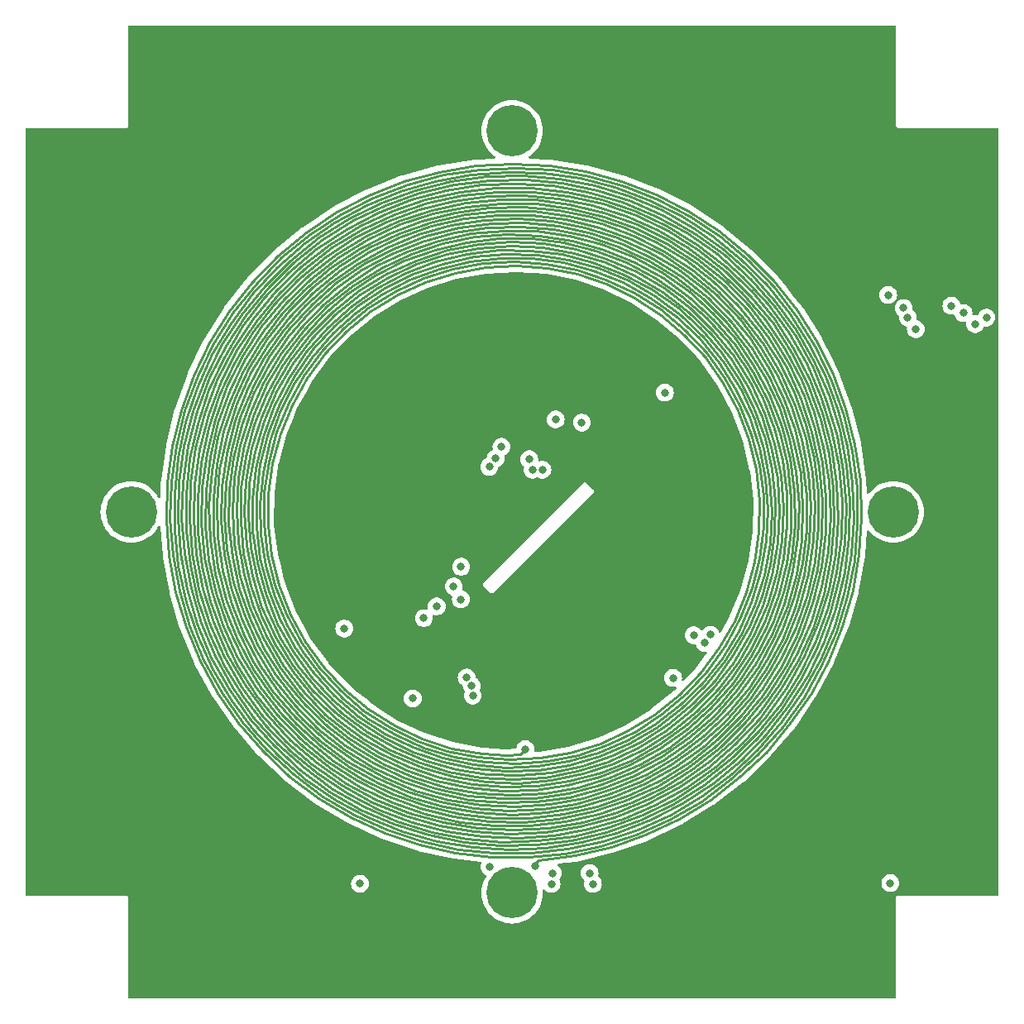
<source format=gbr>
%TF.GenerationSoftware,KiCad,Pcbnew,7.0.1*%
%TF.CreationDate,2024-01-21T14:51:42-07:00*%
%TF.ProjectId,solar-panel-side-Z,736f6c61-722d-4706-916e-656c2d736964,3.1*%
%TF.SameCoordinates,Original*%
%TF.FileFunction,Copper,L2,Inr*%
%TF.FilePolarity,Positive*%
%FSLAX46Y46*%
G04 Gerber Fmt 4.6, Leading zero omitted, Abs format (unit mm)*
G04 Created by KiCad (PCBNEW 7.0.1) date 2024-01-21 14:51:42*
%MOMM*%
%LPD*%
G01*
G04 APERTURE LIST*
%TA.AperFunction,ComponentPad*%
%ADD10C,5.250000*%
%TD*%
%TA.AperFunction,ViaPad*%
%ADD11C,0.800000*%
%TD*%
%TA.AperFunction,Conductor*%
%ADD12C,0.250000*%
%TD*%
G04 APERTURE END LIST*
D10*
%TO.N,unconnected-(J4-Pin_1-Pad1)*%
%TO.C,J4*%
X110500000Y-85000000D03*
%TD*%
%TO.N,unconnected-(J5-Pin_1-Pad1)*%
%TO.C,J5*%
X149500000Y-124000000D03*
%TD*%
%TO.N,unconnected-(J6-Pin_1-Pad1)*%
%TO.C,J6*%
X149500000Y-46000000D03*
%TD*%
%TO.N,unconnected-(J7-Pin_1-Pad1)*%
%TO.C,J7*%
X188500000Y-85000000D03*
%TD*%
D11*
%TO.N,+3V3*%
X165140000Y-72790000D03*
%TO.N,Camera_SDA*%
X147806483Y-79534500D03*
X151257701Y-79612299D03*
%TO.N,Camera_SCL*%
X147160000Y-80390000D03*
X151592701Y-80697299D03*
%TO.N,Camera_Pwr*%
X148409960Y-78339960D03*
X152600000Y-80680000D03*
%TO.N,SDA*%
X156630000Y-75850000D03*
X153960000Y-75540000D03*
%TO.N,VSOLAR*%
X188210000Y-122990000D03*
X188000000Y-62790000D03*
X198050000Y-65120000D03*
%TO.N,SDA_Break*%
X169800000Y-97570000D03*
X144850000Y-101950000D03*
%TO.N,SCL_Break*%
X168080000Y-97620000D03*
X145372687Y-102815246D03*
%TO.N,3v3_break*%
X169240000Y-98420000D03*
X145470000Y-103810000D03*
%TO.N,F2_SDA*%
X196900000Y-65780000D03*
X190820000Y-66290000D03*
%TO.N,F2_SCL*%
X195700000Y-64650000D03*
X190000000Y-65100000D03*
%TO.N,F2_ENB*%
X194460000Y-63910000D03*
X189570000Y-64130000D03*
%TO.N,SDA*%
X153530000Y-123080000D03*
X157770000Y-123090000D03*
%TO.N,SCL*%
X157434500Y-121970000D03*
X153670000Y-121990000D03*
%TO.N,+3V3*%
X165980000Y-102000000D03*
%TO.N,GND*%
X171630000Y-123540000D03*
X161490000Y-69180000D03*
X164540000Y-46420000D03*
X156260000Y-77181974D03*
X145680000Y-105410000D03*
X148900000Y-105410000D03*
X137946283Y-91716283D03*
X111040000Y-62950000D03*
X165948061Y-69851939D03*
X119890000Y-126760000D03*
%TO.N,VSOLAR*%
X132315000Y-96935000D03*
%TO.N,SDA*%
X144270000Y-90620000D03*
X144245000Y-93955000D03*
%TO.N,SCL*%
X143511396Y-92641396D03*
%TO.N,Net-(SC5--)*%
X139330000Y-104100000D03*
X133930000Y-123050000D03*
%TO.N,Net-(U2-OUT+)*%
X147180000Y-121330000D03*
X141780000Y-94680000D03*
X150850000Y-109290000D03*
X140460000Y-95870000D03*
X151860000Y-121250000D03*
%TD*%
D12*
%TO.N,Net-(U2-OUT+)*%
X183785000Y-78225000D02*
X182865000Y-74615000D01*
X142125000Y-114665000D02*
X145575000Y-115315000D01*
X137445000Y-106875000D02*
X140295000Y-108225000D01*
X172435000Y-103335000D02*
X174405000Y-100555000D01*
X176855000Y-84895000D02*
X176635000Y-81575000D01*
X142435000Y-110605000D02*
X145645000Y-111285000D01*
X117325000Y-87065000D02*
X117765000Y-90615000D01*
X171225000Y-58705000D02*
X168265000Y-56535000D01*
X128905000Y-61105000D02*
X126365000Y-63575000D01*
X149425000Y-57365000D02*
X146105000Y-57595000D01*
X162075000Y-54195000D02*
X158645000Y-53015000D01*
X119845000Y-96505000D02*
X121305000Y-99725000D01*
X122715000Y-88655000D02*
X123375000Y-91895000D01*
X120775000Y-94375000D02*
X122055000Y-97625000D01*
X138975000Y-61245000D02*
X136115000Y-62745000D01*
X173725000Y-59305000D02*
X170805000Y-56855000D01*
X117425000Y-92845000D02*
X118495000Y-96335000D01*
X147405000Y-120305000D02*
X151155000Y-120325000D01*
X173035000Y-62565000D02*
X170415000Y-60115000D01*
X123875000Y-105775000D02*
X126275000Y-108425000D01*
X123385000Y-90205000D02*
X124215000Y-93325000D01*
X140055000Y-115335000D02*
X143515000Y-116195000D01*
X152175000Y-120665000D02*
X155945000Y-120175000D01*
X150095000Y-54965000D02*
X146625000Y-55115000D01*
X138635000Y-111425000D02*
X141815000Y-112515000D01*
X131535000Y-58565000D02*
X128725000Y-60735000D01*
X176735000Y-69515000D02*
X174825000Y-66565000D01*
X176255000Y-61335000D02*
X173595000Y-58645000D01*
X162615000Y-112605000D02*
X165675000Y-110935000D01*
X148975000Y-50175000D02*
X145275000Y-50435000D01*
X132005000Y-112955000D02*
X135195000Y-114705000D01*
X121985000Y-103925000D02*
X124235000Y-106835000D01*
X125645000Y-92505000D02*
X126815000Y-95495000D01*
X129715000Y-114325000D02*
X132965000Y-116275000D01*
X174665000Y-109275000D02*
X177115000Y-106445000D01*
X155365000Y-53485000D02*
X151875000Y-53045000D01*
X178555000Y-80865000D02*
X177865000Y-77485000D01*
X172595000Y-63845000D02*
X170055000Y-61385000D01*
X184505000Y-90015000D02*
X184835000Y-86265000D01*
X178775000Y-100145000D02*
X180265000Y-96835000D01*
X181235000Y-83875000D02*
X180905000Y-80325000D01*
X143325000Y-109195000D02*
X146405000Y-109775000D01*
X131125000Y-104215000D02*
X133655000Y-106345000D01*
X158895000Y-54755000D02*
X155445000Y-53905000D01*
X159415000Y-117275000D02*
X162845000Y-116015000D01*
X166755000Y-64885000D02*
X164175000Y-62945000D01*
X132785000Y-54965000D02*
X129665000Y-56945000D01*
X139825000Y-110605000D02*
X143005000Y-111585000D01*
X145055000Y-114435000D02*
X148495000Y-114745000D01*
X158765000Y-53465000D02*
X155215000Y-52645000D01*
X176955000Y-103245000D02*
X178775000Y-100145000D01*
X127215000Y-98785000D02*
X129055000Y-101375000D01*
X156055000Y-60195000D02*
X152955000Y-59585000D01*
X129565000Y-111775000D02*
X132625000Y-113795000D01*
X177145000Y-79705000D02*
X176325000Y-76485000D01*
X170045000Y-112795000D02*
X172905000Y-110435000D01*
X162765000Y-108475000D02*
X165525000Y-106685000D01*
X120215000Y-93945000D02*
X121445000Y-97245000D01*
X173465000Y-93235000D02*
X174315000Y-90125000D01*
X137925000Y-56905000D02*
X134775000Y-58435000D01*
X133535000Y-112475000D02*
X136735000Y-114095000D01*
X142725000Y-113165000D02*
X146085000Y-113765000D01*
X182055000Y-85475000D02*
X181895000Y-81835000D01*
X140665000Y-56755000D02*
X137485000Y-57965000D01*
X128375000Y-56405000D02*
X125495000Y-58795000D01*
X145605000Y-117735000D02*
X149215000Y-117965000D01*
X130155000Y-63745000D02*
X127785000Y-66195000D01*
X143215000Y-55655000D02*
X139885000Y-56585000D01*
X140225000Y-55215000D02*
X136945000Y-56455000D01*
X181915000Y-92885000D02*
X182575000Y-89345000D01*
X116115000Y-86855000D02*
X116515000Y-90435000D01*
X136695000Y-61035000D02*
X133905000Y-62765000D01*
X120055000Y-94745000D02*
X121355000Y-98015000D01*
X173135000Y-60955000D02*
X170365000Y-58535000D01*
X166545000Y-113215000D02*
X169525000Y-111185000D01*
X155875000Y-58495000D02*
X152655000Y-57935000D01*
X119385000Y-75845000D02*
X118555000Y-79325000D01*
X115655000Y-85575000D02*
X115935000Y-89245000D01*
X127115000Y-101475000D02*
X129245000Y-104025000D01*
X126335000Y-95445000D02*
X127855000Y-98285000D01*
X175385000Y-71195000D02*
X173565000Y-68245000D01*
X174775000Y-106165000D02*
X176955000Y-103245000D01*
X140295000Y-118735000D02*
X143945000Y-119525000D01*
X124465000Y-67205000D02*
X122605000Y-70195000D01*
X163255000Y-111845000D02*
X166255000Y-110085000D01*
X115905000Y-78245000D02*
X115385000Y-81915000D01*
X161665000Y-57055000D02*
X158385000Y-55855000D01*
X146555000Y-59555000D02*
X143425000Y-60125000D01*
X122275000Y-88365000D02*
X122875000Y-91565000D01*
X164905000Y-62465000D02*
X162055000Y-60775000D01*
X151995000Y-111045000D02*
X155205000Y-110535000D01*
X120745000Y-78575000D02*
X120205000Y-81975000D01*
X125465000Y-96405000D02*
X127035000Y-99245000D01*
X148135000Y-57005000D02*
X144805000Y-57385000D01*
X153115000Y-110505000D02*
X156255000Y-109865000D01*
X181695000Y-73635000D02*
X180275000Y-70225000D01*
X174075000Y-68275000D02*
X171965000Y-65545000D01*
X177625000Y-102955000D02*
X179415000Y-99775000D01*
X152175000Y-120665000D02*
X151860000Y-120980000D01*
X150300000Y-109840000D02*
X150850000Y-109290000D01*
X143545000Y-56405000D02*
X140265000Y-57305000D01*
X175495000Y-107785000D02*
X177795000Y-104855000D01*
X123305000Y-86535000D02*
X123705000Y-89735000D01*
X177145000Y-107055000D02*
X179335000Y-103985000D01*
X131275000Y-65985000D02*
X129095000Y-68375000D01*
X147095000Y-116675000D02*
X150605000Y-116745000D01*
X120855000Y-84825000D02*
X121045000Y-88235000D01*
X116105000Y-83165000D02*
X116115000Y-86855000D01*
X121775000Y-95955000D02*
X123245000Y-99105000D01*
X120055000Y-100775000D02*
X121985000Y-103925000D01*
X142395000Y-59575000D02*
X139335000Y-60655000D01*
X129615000Y-107175000D02*
X132325000Y-109335000D01*
X177115000Y-106445000D02*
X179245000Y-103375000D01*
X168935000Y-114065000D02*
X171925000Y-111825000D01*
X118735000Y-93135000D02*
X119845000Y-96505000D01*
X165455000Y-57155000D02*
X162255000Y-55565000D01*
X155365000Y-112545000D02*
X158625000Y-111645000D01*
X150565000Y-50575000D02*
X146885000Y-50675000D01*
X160765000Y-53265000D02*
X157225000Y-52235000D01*
X125285000Y-98655000D02*
X127115000Y-101475000D01*
X128145000Y-109075000D02*
X130935000Y-111285000D01*
X160255000Y-56915000D02*
X156935000Y-55875000D01*
X145935000Y-110115000D02*
X149155000Y-110365000D01*
X182435000Y-86135000D02*
X182365000Y-82585000D01*
X161955000Y-56745000D02*
X158605000Y-55505000D01*
X119205000Y-93335000D02*
X120355000Y-96715000D01*
X176385000Y-63985000D02*
X173965000Y-61225000D01*
X142495000Y-116805000D02*
X146035000Y-117385000D01*
X131705000Y-106335000D02*
X134355000Y-108285000D01*
X178545000Y-96835000D02*
X179685000Y-93505000D01*
X171965000Y-65545000D02*
X169565000Y-63095000D01*
X177105000Y-87925000D02*
X177255000Y-84625000D01*
X171245000Y-71255000D02*
X169375000Y-68675000D01*
X141685000Y-113725000D02*
X145055000Y-114435000D01*
X139285000Y-109095000D02*
X142405000Y-110185000D01*
X121645000Y-91585000D02*
X122615000Y-94795000D01*
X122075000Y-78145000D02*
X121465000Y-81455000D01*
X119675000Y-85845000D02*
X119985000Y-89325000D01*
X184315000Y-81925000D02*
X183785000Y-78225000D01*
X122905000Y-62675000D02*
X120665000Y-65675000D01*
X118455000Y-84335000D02*
X118595000Y-87845000D01*
X156175000Y-60645000D02*
X153145000Y-60035000D01*
X161395000Y-61335000D02*
X158395000Y-60065000D01*
X169895000Y-66825000D02*
X167535000Y-64495000D01*
X126435000Y-96575000D02*
X128065000Y-99355000D01*
X149215000Y-117965000D02*
X152845000Y-117795000D01*
X120975000Y-92205000D02*
X122015000Y-95465000D01*
X119385000Y-90575000D02*
X120215000Y-93945000D01*
X164175000Y-62945000D02*
X161395000Y-61335000D01*
X176325000Y-76485000D02*
X175105000Y-73335000D01*
X181805000Y-89045000D02*
X182055000Y-85475000D01*
X121675000Y-85945000D02*
X121995000Y-89255000D01*
X122995000Y-94675000D02*
X124345000Y-97755000D01*
X130865000Y-60035000D02*
X128145000Y-62335000D01*
X175115000Y-94615000D02*
X176085000Y-91475000D01*
X117655000Y-96375000D02*
X119095000Y-99775000D01*
X134815000Y-57955000D02*
X131855000Y-59805000D01*
X122605000Y-70195000D02*
X121105000Y-73365000D01*
X147785000Y-51815000D02*
X144175000Y-52215000D01*
X167535000Y-54195000D02*
X164195000Y-52485000D01*
X115995000Y-74615000D02*
X115095000Y-78225000D01*
X165715000Y-115975000D02*
X168935000Y-114065000D01*
X124495000Y-76925000D02*
X123705000Y-80065000D01*
X129105000Y-62535000D02*
X126695000Y-65005000D01*
X172595000Y-74615000D02*
X171095000Y-71815000D01*
X182715000Y-82045000D02*
X182195000Y-78435000D01*
X162055000Y-60775000D02*
X159055000Y-59455000D01*
X179805000Y-91335000D02*
X180325000Y-87875000D01*
X155445000Y-53905000D02*
X151925000Y-53445000D01*
X139135000Y-58565000D02*
X136075000Y-60005000D01*
X183505000Y-88225000D02*
X183655000Y-84505000D01*
X128925000Y-101845000D02*
X131125000Y-104215000D01*
X123025000Y-72945000D02*
X121815000Y-76105000D01*
X180405000Y-74805000D02*
X179095000Y-71475000D01*
X124345000Y-97755000D02*
X126035000Y-100635000D01*
X121405000Y-100735000D02*
X123345000Y-103775000D01*
X169075000Y-63185000D02*
X166275000Y-60985000D01*
X142035000Y-50185000D02*
X138415000Y-51175000D01*
X171095000Y-71815000D02*
X169265000Y-69195000D01*
X163615000Y-114345000D02*
X166765000Y-112615000D01*
X143205000Y-51165000D02*
X139595000Y-52055000D01*
X158705000Y-113305000D02*
X161925000Y-112045000D01*
X124525000Y-83145000D02*
X124505000Y-86335000D01*
X176555000Y-91215000D02*
X177105000Y-87925000D01*
X178575000Y-91335000D02*
X179115000Y-87905000D01*
X118375000Y-75035000D02*
X117475000Y-78545000D01*
X140265000Y-57305000D02*
X137085000Y-58595000D01*
X147985000Y-52205000D02*
X144395000Y-52585000D01*
X156775000Y-111795000D02*
X159925000Y-110735000D01*
X164945000Y-110445000D02*
X167805000Y-108475000D01*
X135885000Y-109665000D02*
X138915000Y-111105000D01*
X149875000Y-49765000D02*
X146145000Y-49935000D01*
X116515000Y-90435000D02*
X117325000Y-94035000D01*
X171625000Y-106665000D02*
X173945000Y-104005000D01*
X131565000Y-61515000D02*
X129005000Y-63725000D01*
X136645000Y-60605000D02*
X133805000Y-62345000D01*
X176885000Y-76945000D02*
X175735000Y-73765000D01*
X121445000Y-97245000D02*
X123025000Y-100345000D01*
X130045000Y-57165000D02*
X127145000Y-59455000D01*
X128245000Y-66275000D02*
X126185000Y-68935000D01*
X154175000Y-116415000D02*
X157695000Y-115685000D01*
X178315000Y-68245000D02*
X176315000Y-65215000D01*
X179125000Y-77565000D02*
X178085000Y-74245000D01*
X152875000Y-112155000D02*
X156155000Y-111545000D01*
X172385000Y-72385000D02*
X170665000Y-69685000D01*
X114585000Y-81905000D02*
X114465000Y-85675000D01*
X174735000Y-99215000D02*
X176225000Y-96165000D01*
X155835000Y-118165000D02*
X159415000Y-117275000D01*
X173945000Y-104005000D02*
X175935000Y-101125000D01*
X148715000Y-113155000D02*
X152065000Y-113045000D01*
X166915000Y-114855000D02*
X170045000Y-112795000D01*
X125055000Y-102035000D02*
X127185000Y-104725000D01*
X150925000Y-50985000D02*
X147235000Y-51045000D01*
X123025000Y-100345000D02*
X124965000Y-103275000D01*
X119985000Y-69155000D02*
X118445000Y-72475000D01*
X126185000Y-68935000D02*
X124445000Y-71845000D01*
X120955000Y-64545000D02*
X118955000Y-67705000D01*
X174655000Y-109855000D02*
X177145000Y-107055000D01*
X141575000Y-58145000D02*
X138425000Y-59305000D01*
X139645000Y-59235000D02*
X136645000Y-60605000D01*
X129035000Y-103195000D02*
X131375000Y-105525000D01*
X156565000Y-118835000D02*
X160155000Y-117885000D01*
X178945000Y-101525000D02*
X180575000Y-98205000D01*
X183435000Y-75115000D02*
X182185000Y-71565000D01*
X118875000Y-101115000D02*
X120795000Y-104315000D01*
X149505000Y-115965000D02*
X153035000Y-115765000D01*
X160985000Y-51655000D02*
X157355000Y-50625000D01*
X135635000Y-114475000D02*
X138955000Y-115815000D01*
X176425000Y-83855000D02*
X176095000Y-80635000D01*
X164845000Y-105695000D02*
X167345000Y-103585000D01*
X160675000Y-51125000D02*
X156985000Y-50135000D01*
X160085000Y-113245000D02*
X163255000Y-111845000D01*
X137485000Y-57965000D02*
X134415000Y-59565000D01*
X122975000Y-72105000D02*
X121665000Y-75285000D01*
X176675000Y-71075000D02*
X174885000Y-68045000D01*
X120835000Y-89605000D02*
X121585000Y-92925000D01*
X114685000Y-78235000D02*
X114175000Y-81965000D01*
X167355000Y-111275000D02*
X170175000Y-109115000D01*
X173765000Y-63955000D02*
X171295000Y-61415000D01*
X115585000Y-74585000D02*
X114685000Y-78235000D01*
X125895000Y-58965000D02*
X123295000Y-61605000D01*
X180095000Y-103515000D02*
X181875000Y-100195000D01*
X169195000Y-102825000D02*
X171235000Y-100275000D01*
X118885000Y-83575000D02*
X118935000Y-87105000D01*
X153495000Y-112475000D02*
X156775000Y-111795000D01*
X126055000Y-102055000D02*
X128215000Y-104675000D01*
X148215000Y-119145000D02*
X151925000Y-119075000D01*
X168505000Y-58145000D02*
X165485000Y-56255000D01*
X158925000Y-58135000D02*
X155665000Y-57215000D01*
X120065000Y-85405000D02*
X120315000Y-88835000D01*
X177585000Y-83045000D02*
X177145000Y-79705000D01*
X149755000Y-59365000D02*
X146555000Y-59555000D01*
X167345000Y-107305000D02*
X169845000Y-105045000D01*
X172255000Y-96155000D02*
X173465000Y-93235000D01*
X133225000Y-61775000D02*
X130615000Y-63865000D01*
X151535000Y-54625000D02*
X148055000Y-54605000D01*
X171355000Y-60395000D02*
X168505000Y-58145000D01*
X173395000Y-106535000D02*
X175635000Y-103745000D01*
X120205000Y-81975000D02*
X120065000Y-85405000D01*
X157655000Y-54815000D02*
X154215000Y-54105000D01*
X164705000Y-112435000D02*
X167705000Y-110545000D01*
X148615000Y-56185000D02*
X145225000Y-56505000D01*
X145145000Y-59355000D02*
X141995000Y-60115000D01*
X160815000Y-116385000D02*
X164175000Y-114965000D01*
X168265000Y-56535000D02*
X165085000Y-54685000D01*
X166905000Y-60935000D02*
X163995000Y-59085000D01*
X119795000Y-67845000D02*
X118125000Y-71165000D01*
X171555000Y-105575000D02*
X173755000Y-102935000D01*
X175565000Y-61765000D02*
X172875000Y-59075000D01*
X122915000Y-66635000D02*
X121035000Y-69735000D01*
X164995000Y-113185000D02*
X168035000Y-111285000D01*
X115095000Y-78225000D02*
X114585000Y-81905000D01*
X130105000Y-114105000D02*
X133335000Y-116015000D01*
X166575000Y-116425000D02*
X169815000Y-114435000D01*
X175755000Y-67185000D02*
X173575000Y-64345000D01*
X125335000Y-105655000D02*
X127825000Y-108245000D01*
X128485000Y-71285000D02*
X126925000Y-74095000D01*
X137515000Y-109165000D02*
X140535000Y-110435000D01*
X174015000Y-62435000D02*
X171335000Y-59845000D01*
X177205000Y-96925000D02*
X178395000Y-93645000D01*
X124085000Y-86195000D02*
X124445000Y-89355000D01*
X179795000Y-72065000D02*
X178175000Y-68805000D01*
X185255000Y-85645000D02*
X185105000Y-81785000D01*
X184345000Y-93045000D02*
X184995000Y-89345000D01*
X130825000Y-61585000D02*
X128255000Y-63905000D01*
X143425000Y-60125000D02*
X140395000Y-61085000D01*
X132325000Y-109335000D02*
X135295000Y-111165000D01*
X136595000Y-55295000D02*
X133405000Y-56905000D01*
X131535000Y-54305000D02*
X128375000Y-56405000D01*
X119925000Y-99645000D02*
X121725000Y-102815000D01*
X128965000Y-69185000D02*
X127175000Y-71865000D01*
X178425000Y-86265000D02*
X178375000Y-82865000D01*
X164195000Y-52485000D02*
X160675000Y-51125000D01*
X169235000Y-112395000D02*
X172085000Y-110105000D01*
X164165000Y-61035000D02*
X161205000Y-59475000D01*
X163385000Y-58305000D02*
X160255000Y-56915000D01*
X120795000Y-104315000D02*
X123025000Y-107265000D01*
X118455000Y-89895000D02*
X119205000Y-93335000D01*
X167705000Y-110545000D02*
X170485000Y-108315000D01*
X168005000Y-60255000D02*
X165055000Y-58315000D01*
X178085000Y-89635000D02*
X178425000Y-86265000D01*
X167475000Y-57935000D02*
X164405000Y-56135000D01*
X168485000Y-59115000D02*
X165455000Y-57155000D01*
X129695000Y-100885000D02*
X131835000Y-103235000D01*
X138565000Y-116105000D02*
X142055000Y-117115000D01*
X168935000Y-102515000D02*
X170955000Y-99975000D01*
X118215000Y-78965000D02*
X117745000Y-82515000D01*
X135245000Y-110685000D02*
X138355000Y-112175000D01*
X158615000Y-57605000D02*
X155365000Y-56745000D01*
X155255000Y-54685000D02*
X151715000Y-54235000D01*
X178545000Y-66335000D02*
X176355000Y-63315000D01*
X133895000Y-55725000D02*
X130755000Y-57645000D01*
X130365000Y-58915000D02*
X127595000Y-61205000D01*
X128875000Y-66765000D02*
X126835000Y-69405000D01*
X165675000Y-110935000D02*
X168545000Y-108905000D01*
X158445000Y-112125000D02*
X161605000Y-110875000D01*
X181875000Y-72965000D02*
X180395000Y-69565000D01*
X162925000Y-109305000D02*
X165735000Y-107525000D01*
X128195000Y-111215000D02*
X131145000Y-113355000D01*
X133025000Y-63925000D02*
X130575000Y-66115000D01*
X173535000Y-70385000D02*
X171645000Y-67665000D01*
X131165000Y-110465000D02*
X134155000Y-112365000D01*
X133745000Y-105905000D02*
X136445000Y-107685000D01*
X149515000Y-49365000D02*
X145785000Y-49575000D01*
X144965000Y-114015000D02*
X148365000Y-114345000D01*
X175985000Y-66825000D02*
X173765000Y-63955000D01*
X125165000Y-93615000D02*
X126435000Y-96575000D01*
X126665000Y-66285000D02*
X124635000Y-69105000D01*
X170175000Y-109115000D02*
X172755000Y-106635000D01*
X121585000Y-92925000D02*
X122715000Y-96145000D01*
X175045000Y-93625000D02*
X175905000Y-90445000D01*
X161465000Y-108715000D02*
X164245000Y-107095000D01*
X171115000Y-58105000D02*
X168075000Y-55935000D01*
X153145000Y-60035000D02*
X149885000Y-59785000D01*
X123085000Y-76075000D02*
X122215000Y-79345000D01*
X172875000Y-59075000D02*
X169995000Y-56755000D01*
X130525000Y-110495000D02*
X133535000Y-112475000D01*
X122825000Y-78445000D02*
X122235000Y-81785000D01*
X123305000Y-83275000D02*
X123305000Y-86535000D01*
X161725000Y-110375000D02*
X164645000Y-108745000D01*
X123795000Y-75275000D02*
X122825000Y-78445000D01*
X168035000Y-111285000D02*
X170845000Y-109065000D01*
X170365000Y-58535000D02*
X167375000Y-56435000D01*
X183515000Y-93075000D02*
X184185000Y-89365000D01*
X122765000Y-70745000D02*
X121305000Y-73955000D01*
X144395000Y-52585000D02*
X140875000Y-53355000D01*
X181565000Y-71125000D02*
X179895000Y-67785000D01*
X146855000Y-112635000D02*
X150185000Y-112755000D01*
X127045000Y-69805000D02*
X125375000Y-72665000D01*
X174245000Y-74355000D02*
X172775000Y-71455000D01*
X125975000Y-66515000D02*
X123995000Y-69385000D01*
X131855000Y-59805000D02*
X129095000Y-62005000D01*
X180815000Y-86575000D02*
X180785000Y-82965000D01*
X176675000Y-88145000D02*
X176855000Y-84895000D01*
X176225000Y-96165000D02*
X177345000Y-92965000D01*
X151395000Y-119915000D02*
X155135000Y-119505000D01*
X128245000Y-57505000D02*
X125435000Y-59945000D01*
X151525000Y-59035000D02*
X148315000Y-58995000D01*
X137335000Y-113915000D02*
X140675000Y-115105000D01*
X173925000Y-71855000D02*
X172165000Y-69035000D01*
X133405000Y-56905000D02*
X130365000Y-58915000D01*
X143685000Y-60505000D02*
X140615000Y-61465000D01*
X165555000Y-109105000D02*
X168265000Y-107065000D01*
X158485000Y-109995000D02*
X161465000Y-108715000D01*
X120435000Y-73975000D02*
X119385000Y-77345000D01*
X177345000Y-92965000D02*
X178085000Y-89635000D01*
X155175000Y-112995000D02*
X158445000Y-112125000D01*
X130935000Y-111285000D02*
X134015000Y-113205000D01*
X118605000Y-94135000D02*
X119825000Y-97525000D01*
X137525000Y-107825000D02*
X140465000Y-109135000D01*
X123965000Y-80915000D02*
X123665000Y-84145000D01*
X129905000Y-108995000D02*
X132825000Y-111105000D01*
X144585000Y-54985000D02*
X141195000Y-55755000D01*
X180355000Y-79465000D02*
X179525000Y-76015000D01*
X135895000Y-112825000D02*
X139135000Y-114185000D01*
X120355000Y-96715000D02*
X121865000Y-99915000D01*
X158315000Y-109635000D02*
X161295000Y-108355000D01*
X182575000Y-89345000D02*
X182845000Y-85665000D01*
X170665000Y-69685000D02*
X168585000Y-67175000D01*
X118525000Y-71245000D02*
X117235000Y-74675000D01*
X119975000Y-76685000D02*
X119235000Y-80085000D01*
X176505000Y-92985000D02*
X177255000Y-89745000D01*
X176365000Y-97815000D02*
X177655000Y-94635000D01*
X133335000Y-116015000D02*
X136735000Y-117555000D01*
X183295000Y-96695000D02*
X184345000Y-93045000D01*
X177875000Y-64635000D02*
X175565000Y-61765000D01*
X116975000Y-82115000D02*
X116865000Y-85715000D01*
X166385000Y-64055000D02*
X163715000Y-62175000D01*
X180345000Y-94105000D02*
X181165000Y-90625000D01*
X176065000Y-97505000D02*
X177325000Y-94375000D01*
X139885000Y-56585000D02*
X136665000Y-57905000D01*
X130545000Y-108485000D02*
X133395000Y-110515000D01*
X175615000Y-63675000D02*
X173135000Y-60955000D01*
X118935000Y-87105000D02*
X119385000Y-90575000D01*
X178495000Y-66995000D02*
X176385000Y-63985000D01*
X142985000Y-114455000D02*
X146395000Y-115005000D01*
X158485000Y-112955000D02*
X161715000Y-111705000D01*
X119655000Y-71665000D02*
X118375000Y-75035000D01*
X157315000Y-117435000D02*
X160815000Y-116385000D01*
X134275000Y-105305000D02*
X136955000Y-107055000D01*
X124605000Y-69925000D02*
X123025000Y-72945000D01*
X170275000Y-102185000D02*
X172215000Y-99525000D01*
X175365000Y-96145000D02*
X176505000Y-92985000D01*
X157225000Y-52235000D02*
X153635000Y-51605000D01*
X143635000Y-119875000D02*
X147405000Y-120305000D01*
X184995000Y-89345000D02*
X185255000Y-85645000D01*
X175245000Y-78535000D02*
X174275000Y-75475000D01*
X175105000Y-73335000D02*
X173535000Y-70385000D01*
X159275000Y-108835000D02*
X162195000Y-107415000D01*
X138405000Y-112625000D02*
X141685000Y-113725000D01*
X172955000Y-105825000D02*
X175175000Y-103015000D01*
X127825000Y-108245000D02*
X130525000Y-110495000D01*
X122185000Y-102785000D02*
X124325000Y-105695000D01*
X142795000Y-117685000D02*
X146435000Y-118225000D01*
X166765000Y-112615000D02*
X169715000Y-110535000D01*
X116825000Y-74655000D02*
X115905000Y-78245000D01*
X127185000Y-104725000D02*
X129615000Y-107175000D01*
X174795000Y-78385000D02*
X173775000Y-75305000D01*
X171925000Y-111825000D02*
X174665000Y-109275000D01*
X121305000Y-73955000D02*
X120235000Y-77245000D01*
X175215000Y-86525000D02*
X175195000Y-83305000D01*
X148785000Y-111155000D02*
X151995000Y-111045000D01*
X123965000Y-97905000D02*
X125675000Y-100815000D01*
X162145000Y-118025000D02*
X165615000Y-116475000D01*
X136425000Y-112195000D02*
X139615000Y-113505000D01*
X121865000Y-70735000D02*
X120435000Y-73975000D01*
X145975000Y-115765000D02*
X149505000Y-115965000D01*
X182745000Y-77195000D02*
X181695000Y-73635000D01*
X177325000Y-94375000D02*
X178225000Y-91065000D01*
X179685000Y-93505000D02*
X180445000Y-90085000D01*
X156475000Y-115165000D02*
X159875000Y-114175000D01*
X116595000Y-92835000D02*
X117655000Y-96375000D01*
X151795000Y-114275000D02*
X155245000Y-113795000D01*
X173765000Y-97645000D02*
X175115000Y-94615000D01*
X115535000Y-89275000D02*
X116205000Y-92915000D01*
X181585000Y-87075000D02*
X181615000Y-83485000D01*
X161925000Y-112045000D02*
X164945000Y-110445000D01*
X165085000Y-62105000D02*
X162215000Y-60405000D01*
X179135000Y-97495000D02*
X180345000Y-94105000D01*
X122215000Y-79345000D02*
X121755000Y-82575000D01*
X152735000Y-50305000D02*
X148975000Y-50175000D01*
X143695000Y-111335000D02*
X146965000Y-111845000D01*
X177275000Y-73295000D02*
X175735000Y-70175000D01*
X165055000Y-58315000D02*
X161955000Y-56745000D01*
X158605000Y-55505000D02*
X155255000Y-54685000D01*
X135035000Y-64445000D02*
X132575000Y-66445000D01*
X177795000Y-104855000D02*
X179765000Y-101695000D01*
X175485000Y-88005000D02*
X175655000Y-84795000D01*
X123635000Y-67715000D02*
X121865000Y-70735000D01*
X178845000Y-84285000D02*
X178555000Y-80865000D01*
X133965000Y-107545000D02*
X136855000Y-109275000D01*
X175735000Y-73765000D02*
X174225000Y-70765000D01*
X170415000Y-62785000D02*
X167705000Y-60525000D01*
X124885000Y-89455000D02*
X125645000Y-92505000D01*
X117635000Y-79955000D02*
X117285000Y-83485000D01*
X174875000Y-105405000D02*
X176945000Y-102525000D01*
X121815000Y-76105000D02*
X120975000Y-79415000D01*
X153035000Y-115765000D02*
X156475000Y-115165000D01*
X126275000Y-108425000D02*
X129025000Y-110855000D01*
X155355000Y-114185000D02*
X158705000Y-113305000D01*
X161035000Y-114595000D02*
X164315000Y-113095000D01*
X124965000Y-103275000D02*
X127225000Y-105965000D01*
X129095000Y-68375000D02*
X127205000Y-71035000D01*
X127095000Y-111865000D02*
X130105000Y-114105000D01*
X167125000Y-66865000D02*
X164705000Y-64825000D01*
X165385000Y-57575000D02*
X162225000Y-55985000D01*
X170055000Y-61385000D02*
X167255000Y-59225000D01*
X144865000Y-118445000D02*
X148505000Y-118755000D01*
X122655000Y-74905000D02*
X121655000Y-78165000D01*
X121725000Y-102815000D02*
X123875000Y-105775000D01*
X119555000Y-80645000D02*
X119265000Y-84095000D01*
X151355000Y-58225000D02*
X148105000Y-58205000D01*
X140615000Y-61465000D02*
X137785000Y-62745000D01*
X126815000Y-95495000D02*
X128325000Y-98275000D01*
X128365000Y-108195000D02*
X131165000Y-110465000D01*
X124505000Y-86335000D02*
X124885000Y-89455000D01*
X164175000Y-114965000D02*
X167375000Y-113175000D01*
X179215000Y-79905000D02*
X178435000Y-76545000D01*
X173775000Y-75305000D02*
X172385000Y-72385000D01*
X168025000Y-104585000D02*
X170275000Y-102185000D01*
X172795000Y-112135000D02*
X175525000Y-109525000D01*
X129765000Y-108365000D02*
X132575000Y-110465000D01*
X178995000Y-81055000D02*
X178315000Y-77635000D01*
X114355000Y-89525000D02*
X115035000Y-93195000D01*
X174045000Y-92825000D02*
X174825000Y-89715000D01*
X164865000Y-54125000D02*
X161475000Y-52675000D01*
X142335000Y-57515000D02*
X139135000Y-58565000D01*
X146775000Y-59965000D02*
X143685000Y-60505000D01*
X166875000Y-105095000D02*
X169195000Y-102825000D01*
X169845000Y-105045000D02*
X172065000Y-102515000D01*
X145635000Y-56845000D02*
X142335000Y-57515000D01*
X184035000Y-83855000D02*
X183715000Y-80185000D01*
X169025000Y-107995000D02*
X171555000Y-105575000D01*
X177025000Y-105235000D02*
X179045000Y-102155000D01*
X162225000Y-55985000D02*
X158895000Y-54755000D01*
X141815000Y-112515000D02*
X145105000Y-113225000D01*
X146965000Y-111845000D02*
X150245000Y-111955000D01*
X164055000Y-105725000D02*
X166555000Y-103735000D01*
X148325000Y-52995000D02*
X144755000Y-53335000D01*
X117285000Y-83485000D02*
X117325000Y-87065000D01*
X114065000Y-85745000D02*
X114355000Y-89525000D01*
X139335000Y-60655000D02*
X136435000Y-62095000D01*
X153745000Y-118095000D02*
X157315000Y-117435000D01*
X132255000Y-104165000D02*
X134785000Y-106165000D01*
X132825000Y-111105000D02*
X135895000Y-112825000D01*
X122015000Y-95465000D02*
X123415000Y-98575000D01*
X122195000Y-64885000D02*
X120195000Y-67955000D01*
X173835000Y-67245000D02*
X171635000Y-64575000D01*
X149155000Y-110365000D02*
X152335000Y-110195000D01*
X171155000Y-106565000D02*
X173495000Y-103925000D01*
X137995000Y-56445000D02*
X134815000Y-57955000D01*
X154195000Y-52885000D02*
X150615000Y-52575000D01*
X173695000Y-77555000D02*
X172595000Y-74615000D01*
X149915000Y-110765000D02*
X153115000Y-110505000D01*
X169095000Y-112985000D02*
X172015000Y-110695000D01*
X172905000Y-110435000D02*
X175495000Y-107785000D01*
X140605000Y-53015000D02*
X137175000Y-54185000D01*
X144195000Y-116725000D02*
X147715000Y-117115000D01*
X142425000Y-50505000D02*
X138805000Y-51465000D01*
X152845000Y-117795000D02*
X156445000Y-117225000D01*
X171295000Y-61415000D02*
X168485000Y-59115000D01*
X143945000Y-119525000D02*
X147655000Y-119915000D01*
X143545000Y-112125000D02*
X146855000Y-112635000D01*
X120245000Y-78975000D02*
X119765000Y-82405000D01*
X131205000Y-64415000D02*
X128875000Y-66765000D01*
X172085000Y-110105000D02*
X174685000Y-107485000D01*
X172895000Y-95785000D02*
X174045000Y-92825000D01*
X121445000Y-88165000D02*
X122015000Y-91425000D01*
X168405000Y-59555000D02*
X165385000Y-57575000D01*
X173975000Y-99725000D02*
X175545000Y-96725000D01*
X179065000Y-73455000D02*
X177585000Y-70225000D01*
X174685000Y-107485000D02*
X176985000Y-104615000D01*
X158765000Y-118715000D02*
X162335000Y-117525000D01*
X159875000Y-114175000D02*
X163105000Y-112815000D01*
X116315000Y-78255000D02*
X115785000Y-81935000D01*
X151865000Y-113465000D02*
X155175000Y-112995000D01*
X147035000Y-52665000D02*
X143455000Y-53155000D01*
X174225000Y-70765000D02*
X172365000Y-67945000D01*
X178435000Y-76545000D02*
X177275000Y-73295000D01*
X116115000Y-96815000D02*
X117565000Y-100285000D01*
X121495000Y-106645000D02*
X123975000Y-109505000D01*
X119065000Y-75525000D02*
X118215000Y-78965000D01*
X128255000Y-63905000D02*
X125975000Y-66515000D01*
X160845000Y-61515000D02*
X157815000Y-60295000D01*
X116495000Y-79505000D02*
X116105000Y-83165000D01*
X118445000Y-72475000D02*
X117275000Y-75935000D01*
X158625000Y-111645000D02*
X161725000Y-110375000D01*
X134575000Y-53585000D02*
X131315000Y-55375000D01*
X170075000Y-103035000D02*
X172075000Y-100465000D01*
X116125000Y-94215000D02*
X117315000Y-97725000D01*
X170085000Y-64695000D02*
X167575000Y-62445000D01*
X163715000Y-62175000D02*
X160785000Y-60605000D01*
X177985000Y-86925000D02*
X178015000Y-83545000D01*
X119885000Y-91045000D02*
X120775000Y-94375000D01*
X166165000Y-114365000D02*
X169235000Y-112395000D01*
X162155000Y-54655000D02*
X158765000Y-53465000D01*
X121705000Y-84595000D02*
X121675000Y-85945000D01*
X123375000Y-91895000D02*
X124405000Y-94995000D01*
X156935000Y-55875000D02*
X153555000Y-55225000D01*
X169525000Y-111185000D02*
X172285000Y-108825000D01*
X181245000Y-79925000D02*
X180485000Y-76445000D01*
X177655000Y-94635000D02*
X178575000Y-91335000D01*
X185105000Y-81785000D02*
X184565000Y-78055000D01*
X133035000Y-107865000D02*
X135885000Y-109665000D01*
X160785000Y-60605000D02*
X157725000Y-59425000D01*
X175505000Y-105905000D02*
X177625000Y-102955000D01*
X181085000Y-73135000D02*
X179595000Y-69765000D01*
X152315000Y-56695000D02*
X149005000Y-56575000D01*
X155205000Y-110535000D02*
X158315000Y-109635000D01*
X124445000Y-71845000D02*
X123075000Y-74915000D01*
X152655000Y-57935000D02*
X149365000Y-57765000D01*
X153555000Y-55225000D02*
X150095000Y-54965000D01*
X179245000Y-84405000D02*
X178995000Y-81055000D01*
X183155000Y-87545000D02*
X183235000Y-83895000D01*
X136345000Y-110815000D02*
X139485000Y-112185000D01*
X146335000Y-51525000D02*
X142695000Y-52085000D01*
X123145000Y-78815000D02*
X122605000Y-82065000D01*
X182865000Y-74615000D02*
X181565000Y-71125000D01*
X154215000Y-54105000D02*
X150685000Y-53785000D01*
X115785000Y-81935000D02*
X115655000Y-85575000D01*
X134745000Y-57085000D02*
X131705000Y-58935000D01*
X122175000Y-69325000D02*
X120595000Y-72505000D01*
X164065000Y-106735000D02*
X166655000Y-104755000D01*
X136945000Y-56455000D02*
X133815000Y-58065000D01*
X174285000Y-94545000D02*
X175275000Y-91415000D01*
X159155000Y-59065000D02*
X156015000Y-58115000D01*
X180855000Y-96395000D02*
X181915000Y-92885000D01*
X129025000Y-110855000D02*
X132005000Y-112955000D01*
X140875000Y-53355000D02*
X137455000Y-54505000D01*
X176995000Y-81255000D02*
X176355000Y-78025000D01*
X131255000Y-103785000D02*
X133745000Y-105905000D01*
X118955000Y-67705000D02*
X117295000Y-71075000D01*
X174455000Y-80645000D02*
X173695000Y-77555000D01*
X176025000Y-78355000D02*
X175015000Y-75185000D01*
X180575000Y-68185000D02*
X178635000Y-65015000D01*
X135295000Y-52815000D02*
X131945000Y-54525000D01*
X137375000Y-116945000D02*
X140925000Y-118075000D01*
X166275000Y-60985000D02*
X163425000Y-59235000D01*
X164405000Y-56135000D02*
X161155000Y-54685000D01*
X139345000Y-109555000D02*
X142435000Y-110605000D01*
X124215000Y-93325000D02*
X125465000Y-96405000D01*
X148055000Y-54605000D02*
X144585000Y-54985000D01*
X119265000Y-84095000D02*
X119375000Y-87595000D01*
X150835000Y-55395000D02*
X147395000Y-55445000D01*
X175845000Y-73025000D02*
X174245000Y-70015000D01*
X117995000Y-74915000D02*
X117095000Y-78425000D01*
X117275000Y-75935000D02*
X116495000Y-79505000D01*
X127205000Y-71035000D02*
X125675000Y-73885000D01*
X118725000Y-80795000D02*
X118455000Y-84335000D01*
X125385000Y-76765000D02*
X124555000Y-79875000D01*
X154565000Y-51325000D02*
X150925000Y-50985000D01*
X166265000Y-64985000D02*
X163665000Y-63085000D01*
X176315000Y-65215000D02*
X174015000Y-62435000D01*
X116205000Y-92915000D02*
X117265000Y-96475000D01*
X129425000Y-58115000D02*
X126645000Y-60445000D01*
X123415000Y-98575000D02*
X125175000Y-101505000D01*
X158645000Y-53015000D02*
X155065000Y-52215000D01*
X125185000Y-72165000D02*
X123795000Y-75275000D01*
X182845000Y-85665000D02*
X182715000Y-82045000D01*
X146945000Y-55885000D02*
X143545000Y-56405000D01*
X126785000Y-109465000D02*
X129565000Y-111775000D01*
X125915000Y-105715000D02*
X128365000Y-108195000D01*
X125605000Y-62625000D02*
X123295000Y-65415000D01*
X141275000Y-117755000D02*
X144865000Y-118445000D01*
X151645000Y-52225000D02*
X147985000Y-52205000D01*
X138245000Y-117685000D02*
X141795000Y-118695000D01*
X159055000Y-59455000D02*
X155875000Y-58495000D01*
X125375000Y-72665000D02*
X124075000Y-75675000D01*
X147685000Y-116315000D02*
X151225000Y-116315000D01*
X143005000Y-111585000D02*
X146275000Y-112175000D01*
X128215000Y-60115000D02*
X125605000Y-62625000D01*
X118125000Y-82785000D02*
X118095000Y-86415000D01*
X172075000Y-100465000D02*
X173765000Y-97645000D01*
X163155000Y-118055000D02*
X166575000Y-116425000D01*
X142495000Y-115165000D02*
X145975000Y-115765000D01*
X174665000Y-108105000D02*
X177025000Y-105235000D01*
X167695000Y-63055000D02*
X164975000Y-61075000D01*
X117225000Y-72295000D02*
X116065000Y-75815000D01*
X114465000Y-85675000D02*
X114745000Y-89415000D01*
X127565000Y-100735000D02*
X129675000Y-103305000D01*
X173645000Y-72185000D02*
X171925000Y-69385000D01*
X156255000Y-109865000D02*
X159275000Y-108835000D01*
X159605000Y-119305000D02*
X163155000Y-118055000D01*
X168265000Y-107065000D02*
X170725000Y-104705000D01*
X128055000Y-103295000D02*
X130385000Y-105715000D01*
X121665000Y-75285000D02*
X120745000Y-78575000D01*
X127855000Y-98285000D02*
X129695000Y-100885000D01*
X129675000Y-103305000D02*
X132065000Y-105595000D01*
X122375000Y-72435000D02*
X121125000Y-75635000D01*
X179605000Y-83345000D02*
X179215000Y-79905000D01*
X142085000Y-112175000D02*
X145385000Y-112865000D01*
X180395000Y-69565000D02*
X178545000Y-66335000D01*
X139615000Y-113505000D02*
X142985000Y-114455000D01*
X123015000Y-105985000D02*
X125435000Y-108715000D01*
X148505000Y-118755000D02*
X152125000Y-118665000D01*
X133745000Y-63875000D02*
X131275000Y-65985000D01*
X178615000Y-64295000D02*
X176255000Y-61335000D01*
X137725000Y-116655000D02*
X141275000Y-117755000D01*
X137235000Y-114745000D02*
X140595000Y-115915000D01*
X183645000Y-74425000D02*
X182315000Y-70845000D01*
X176355000Y-63315000D02*
X173885000Y-60575000D01*
X168485000Y-57645000D02*
X165345000Y-55725000D01*
X151395000Y-51815000D02*
X147785000Y-51815000D01*
X117325000Y-94035000D02*
X118495000Y-97455000D01*
X127175000Y-71865000D02*
X125725000Y-74755000D01*
X158055000Y-58265000D02*
X154775000Y-57445000D01*
X120955000Y-68235000D02*
X119285000Y-71505000D01*
X149365000Y-57765000D02*
X146035000Y-58005000D01*
X140395000Y-61085000D02*
X137525000Y-62415000D01*
X159515000Y-112175000D02*
X162635000Y-110815000D01*
X174405000Y-100555000D02*
X176065000Y-97505000D01*
X175275000Y-91415000D02*
X175865000Y-88225000D01*
X171145000Y-61825000D02*
X168405000Y-59555000D01*
X161025000Y-55925000D02*
X157655000Y-54815000D01*
X143455000Y-53155000D02*
X139975000Y-54035000D01*
X137525000Y-62415000D02*
X134785000Y-64105000D01*
X144755000Y-53335000D02*
X141245000Y-54085000D01*
X183655000Y-84505000D02*
X183395000Y-80815000D01*
X134345000Y-115185000D02*
X137725000Y-116655000D01*
X182035000Y-95415000D02*
X182965000Y-91855000D01*
X118395000Y-76395000D02*
X117635000Y-79955000D01*
X172165000Y-69035000D02*
X170085000Y-66435000D01*
X178395000Y-93645000D02*
X179195000Y-90275000D01*
X145585000Y-58875000D02*
X142395000Y-59575000D01*
X118495000Y-97455000D02*
X120055000Y-100775000D01*
X148355000Y-53395000D02*
X144805000Y-53735000D01*
X166555000Y-103735000D02*
X168775000Y-101445000D01*
X176055000Y-84975000D02*
X175855000Y-81745000D01*
X144055000Y-55895000D02*
X140665000Y-56755000D01*
X152895000Y-119395000D02*
X156565000Y-118835000D01*
X149635000Y-117565000D02*
X153245000Y-117345000D01*
X170485000Y-108315000D02*
X172955000Y-105825000D01*
X138025000Y-52155000D02*
X134575000Y-53585000D01*
X138955000Y-115815000D02*
X142495000Y-116805000D01*
X170805000Y-56855000D02*
X167735000Y-54785000D01*
X117765000Y-90615000D02*
X118605000Y-94135000D01*
X177625000Y-86375000D02*
X177585000Y-83045000D01*
X138355000Y-112175000D02*
X141595000Y-113285000D01*
X115265000Y-85635000D02*
X115535000Y-89275000D01*
X170665000Y-56255000D02*
X167535000Y-54195000D01*
X164775000Y-60475000D02*
X161825000Y-58875000D01*
X170085000Y-66435000D02*
X167675000Y-64085000D01*
X162845000Y-116015000D02*
X166165000Y-114365000D01*
X127975000Y-106165000D02*
X130545000Y-108485000D01*
X158385000Y-55855000D02*
X154995000Y-55045000D01*
X154915000Y-119945000D02*
X158565000Y-119185000D01*
X170395000Y-106195000D02*
X172725000Y-103615000D01*
X120535000Y-82745000D02*
X120485000Y-86215000D01*
X126035000Y-100635000D02*
X128055000Y-103295000D01*
X173965000Y-94265000D02*
X174925000Y-91155000D01*
X171235000Y-100275000D02*
X172935000Y-97505000D01*
X133995000Y-115455000D02*
X137375000Y-116945000D01*
X133645000Y-59575000D02*
X130825000Y-61585000D01*
X172725000Y-103615000D02*
X174705000Y-100825000D01*
X130615000Y-63865000D02*
X128245000Y-66275000D01*
X158395000Y-60065000D02*
X155275000Y-59175000D01*
X174805000Y-83845000D02*
X174455000Y-80645000D01*
X172905000Y-72495000D02*
X171165000Y-69695000D01*
X172775000Y-71455000D02*
X170915000Y-68685000D01*
X167735000Y-54785000D02*
X164395000Y-53015000D01*
X139135000Y-114185000D02*
X142495000Y-115165000D01*
X133815000Y-58065000D02*
X130865000Y-60035000D01*
X168795000Y-66235000D02*
X166385000Y-64055000D01*
X183495000Y-91235000D02*
X183965000Y-87545000D01*
X181385000Y-98335000D02*
X182625000Y-94885000D01*
X156985000Y-50135000D02*
X153295000Y-49555000D01*
X131315000Y-55375000D02*
X128245000Y-57505000D01*
X129245000Y-104025000D02*
X131705000Y-106335000D01*
X173595000Y-58645000D02*
X170665000Y-56255000D01*
X177025000Y-70875000D02*
X175235000Y-67845000D01*
X129095000Y-62005000D02*
X126635000Y-64475000D01*
X182915000Y-80235000D02*
X182185000Y-76615000D01*
X114175000Y-81965000D02*
X114065000Y-85745000D01*
X134095000Y-60235000D02*
X131345000Y-62195000D01*
X136855000Y-109275000D02*
X139825000Y-110605000D01*
X149885000Y-59785000D02*
X146775000Y-59965000D01*
X116865000Y-71055000D02*
X115585000Y-74585000D01*
X141345000Y-55295000D02*
X137995000Y-56445000D01*
X172645000Y-100335000D02*
X174305000Y-97475000D01*
X157355000Y-50625000D02*
X153625000Y-49995000D01*
X167535000Y-64495000D02*
X164905000Y-62465000D01*
X141995000Y-60115000D02*
X138975000Y-61245000D01*
X142695000Y-52085000D02*
X139125000Y-53045000D01*
X166865000Y-54735000D02*
X163505000Y-53055000D01*
X149005000Y-56575000D02*
X145635000Y-56845000D01*
X174305000Y-97475000D02*
X175615000Y-94415000D01*
X117265000Y-96475000D02*
X118705000Y-99895000D01*
X126535000Y-67095000D02*
X124605000Y-69925000D01*
X178015000Y-83545000D02*
X177645000Y-80225000D01*
X133655000Y-106345000D02*
X136425000Y-108135000D01*
X126925000Y-74095000D02*
X125755000Y-76955000D01*
X124555000Y-79875000D02*
X124125000Y-83005000D01*
X161715000Y-111705000D02*
X164715000Y-110115000D01*
X147395000Y-55445000D02*
X144055000Y-55895000D01*
X159925000Y-110735000D02*
X162925000Y-109305000D01*
X126695000Y-65005000D02*
X124565000Y-67765000D01*
X177255000Y-89745000D02*
X177625000Y-86375000D01*
X132425000Y-103195000D02*
X134775000Y-105195000D01*
X125745000Y-68875000D02*
X124015000Y-71805000D01*
X124085000Y-66365000D02*
X122175000Y-69325000D01*
X134605000Y-56705000D02*
X131535000Y-58565000D01*
X161605000Y-110875000D02*
X164585000Y-109255000D01*
X135735000Y-54365000D02*
X132515000Y-56045000D01*
X139485000Y-112185000D02*
X142725000Y-113165000D01*
X158175000Y-115145000D02*
X161535000Y-113965000D01*
X122875000Y-91565000D02*
X123875000Y-94735000D01*
X151935000Y-114665000D02*
X155355000Y-114185000D01*
X135295000Y-111165000D02*
X138405000Y-112625000D01*
X180325000Y-87875000D02*
X180445000Y-84365000D01*
X162195000Y-107415000D02*
X164845000Y-105695000D01*
X177915000Y-79475000D02*
X177065000Y-76175000D01*
X126365000Y-63575000D02*
X124085000Y-66365000D01*
X178175000Y-68805000D02*
X176205000Y-65735000D01*
X121915000Y-68975000D02*
X120305000Y-72165000D01*
X121255000Y-84765000D02*
X121445000Y-88165000D01*
X150325000Y-55775000D02*
X146945000Y-55885000D01*
X166365000Y-60075000D02*
X163385000Y-58305000D01*
X166175000Y-111095000D02*
X169035000Y-109025000D01*
X179605000Y-86835000D02*
X179605000Y-83345000D01*
X182465000Y-96655000D02*
X183515000Y-93075000D01*
X135595000Y-112225000D02*
X138795000Y-113635000D01*
X141345000Y-54465000D02*
X137985000Y-55585000D01*
X127035000Y-99245000D02*
X128925000Y-101845000D01*
X131875000Y-60285000D02*
X129105000Y-62535000D01*
X177275000Y-74365000D02*
X175845000Y-71215000D01*
X175485000Y-101095000D02*
X177135000Y-98055000D01*
X181275000Y-74895000D02*
X179965000Y-71465000D01*
X164705000Y-64825000D02*
X162005000Y-63045000D01*
X117475000Y-78545000D02*
X116975000Y-82115000D01*
X161705000Y-53185000D02*
X158205000Y-52065000D01*
X153365000Y-114915000D02*
X156765000Y-114275000D01*
X182665000Y-97265000D02*
X183785000Y-93665000D01*
X153245000Y-117345000D02*
X156805000Y-116735000D01*
X146145000Y-49935000D02*
X142425000Y-50505000D01*
X167545000Y-108165000D02*
X170145000Y-105885000D01*
X124115000Y-63095000D02*
X121905000Y-65985000D01*
X123975000Y-109505000D02*
X126745000Y-112095000D01*
X177975000Y-106635000D02*
X180095000Y-103515000D01*
X181165000Y-90625000D02*
X181585000Y-87075000D01*
X164245000Y-107095000D02*
X166875000Y-105095000D01*
X175735000Y-70175000D02*
X173835000Y-67245000D01*
X152665000Y-57535000D02*
X149425000Y-57365000D01*
X176355000Y-78025000D02*
X175325000Y-74875000D01*
X149515000Y-113965000D02*
X152895000Y-113765000D01*
X172655000Y-97175000D02*
X173965000Y-94265000D01*
X171165000Y-69695000D02*
X169125000Y-67165000D01*
X167255000Y-59225000D02*
X164285000Y-57425000D01*
X134355000Y-108285000D02*
X137285000Y-109945000D01*
X128325000Y-98275000D02*
X130205000Y-100875000D01*
X172815000Y-65305000D02*
X170415000Y-62785000D01*
X150245000Y-111955000D02*
X153505000Y-111665000D01*
X183965000Y-87545000D02*
X184035000Y-83855000D01*
X177565000Y-100715000D02*
X179135000Y-97495000D01*
X175035000Y-103895000D02*
X176985000Y-100925000D01*
X117565000Y-100285000D02*
X119335000Y-103535000D01*
X120665000Y-65675000D02*
X118775000Y-68875000D01*
X146105000Y-57595000D02*
X142845000Y-58205000D01*
X134645000Y-107525000D02*
X137515000Y-109165000D01*
X161535000Y-113965000D02*
X164705000Y-112435000D01*
X131345000Y-62195000D02*
X128785000Y-64515000D01*
X157925000Y-51585000D02*
X154295000Y-50885000D01*
X154235000Y-55725000D02*
X150835000Y-55395000D01*
X123705000Y-89735000D02*
X124495000Y-92885000D01*
X124125000Y-83005000D02*
X124085000Y-86195000D01*
X115315000Y-90555000D02*
X116125000Y-94215000D01*
X142835000Y-109475000D02*
X145935000Y-110115000D01*
X120975000Y-79415000D02*
X120535000Y-82745000D01*
X125435000Y-59945000D02*
X122905000Y-62675000D01*
X184565000Y-78055000D02*
X183645000Y-74425000D01*
X153505000Y-111665000D02*
X156705000Y-110985000D01*
X131145000Y-113355000D02*
X134345000Y-115185000D01*
X169715000Y-110535000D02*
X172405000Y-108145000D01*
X172285000Y-108825000D02*
X174775000Y-106165000D01*
X184185000Y-89365000D02*
X184445000Y-85665000D01*
X176985000Y-100925000D02*
X178595000Y-97745000D01*
X122835000Y-61525000D02*
X120525000Y-64465000D01*
X180785000Y-82965000D02*
X180355000Y-79465000D01*
X139275000Y-116765000D02*
X142795000Y-117685000D01*
X132965000Y-116275000D02*
X136425000Y-117865000D01*
X123345000Y-103775000D02*
X125615000Y-106575000D01*
X181355000Y-78315000D02*
X180405000Y-74805000D01*
X125945000Y-70035000D02*
X124325000Y-72985000D01*
X122465000Y-85445000D02*
X122715000Y-88655000D01*
X127145000Y-59455000D02*
X124555000Y-61995000D01*
X142805000Y-58635000D02*
X139685000Y-59645000D01*
X146395000Y-115005000D02*
X149865000Y-115165000D01*
X119095000Y-99775000D02*
X120885000Y-102995000D01*
X161475000Y-52675000D02*
X157925000Y-51585000D01*
X136135000Y-53315000D02*
X132785000Y-54965000D01*
X181035000Y-100095000D02*
X182465000Y-96655000D01*
X127785000Y-66195000D02*
X125745000Y-68875000D01*
X176205000Y-65735000D02*
X173965000Y-62975000D01*
X173965000Y-61225000D02*
X171225000Y-58705000D01*
X173815000Y-96655000D02*
X175045000Y-93625000D01*
X163665000Y-63085000D02*
X160845000Y-61515000D01*
X116065000Y-75815000D02*
X115285000Y-79455000D01*
X150685000Y-53785000D02*
X147155000Y-53865000D01*
X173885000Y-60575000D02*
X171115000Y-58105000D01*
X122715000Y-92515000D02*
X123825000Y-95685000D01*
X181185000Y-100705000D02*
X182665000Y-97265000D01*
X173085000Y-108595000D02*
X175505000Y-105905000D01*
X136115000Y-62745000D02*
X133455000Y-64605000D01*
X116465000Y-85635000D02*
X116735000Y-89275000D01*
X134415000Y-59565000D02*
X131565000Y-61515000D01*
X125815000Y-97965000D02*
X127565000Y-100735000D01*
X158335000Y-115925000D02*
X161745000Y-114745000D01*
X122635000Y-106155000D02*
X125085000Y-108925000D01*
X134785000Y-64105000D02*
X132275000Y-66145000D01*
X164645000Y-108745000D02*
X167365000Y-106775000D01*
X172755000Y-106635000D02*
X175035000Y-103895000D01*
X180735000Y-98835000D02*
X182035000Y-95415000D01*
X137785000Y-62745000D02*
X135035000Y-64445000D01*
X181045000Y-75495000D02*
X179795000Y-72065000D01*
X139805000Y-108445000D02*
X142835000Y-109475000D01*
X176945000Y-102525000D02*
X178725000Y-99365000D01*
X127305000Y-104265000D02*
X129685000Y-106695000D01*
X120485000Y-86215000D02*
X120835000Y-89605000D01*
X152955000Y-59585000D02*
X149755000Y-59365000D01*
X176365000Y-87235000D02*
X176425000Y-83855000D01*
X159175000Y-117765000D02*
X162665000Y-116525000D01*
X180275000Y-70225000D02*
X178495000Y-66995000D01*
X157625000Y-56465000D02*
X154235000Y-55725000D01*
X120595000Y-72505000D02*
X119385000Y-75845000D01*
X177605000Y-97985000D02*
X178885000Y-94755000D01*
X167805000Y-108475000D02*
X170395000Y-106195000D01*
X125675000Y-100815000D02*
X127725000Y-103525000D01*
X126645000Y-60445000D02*
X124115000Y-63095000D01*
X145785000Y-49575000D02*
X142035000Y-50185000D01*
X123705000Y-100705000D02*
X125665000Y-103535000D01*
X184295000Y-78765000D02*
X183435000Y-75115000D01*
X181165000Y-87445000D02*
X181235000Y-83875000D01*
X171875000Y-112385000D02*
X174655000Y-109855000D01*
X145105000Y-113225000D02*
X148465000Y-113545000D01*
X157695000Y-115685000D02*
X161035000Y-114595000D01*
X145535000Y-110865000D02*
X148785000Y-111155000D01*
X151225000Y-116315000D02*
X154715000Y-115925000D01*
X119125000Y-91325000D02*
X120055000Y-94745000D01*
X138415000Y-51175000D02*
X134875000Y-52565000D01*
X132515000Y-56045000D02*
X129425000Y-58115000D01*
X145645000Y-111285000D02*
X148885000Y-111555000D01*
X166865000Y-62905000D02*
X164165000Y-61035000D01*
X121105000Y-73365000D02*
X119975000Y-76685000D01*
X122715000Y-96145000D02*
X124205000Y-99185000D01*
X152585000Y-115405000D02*
X156005000Y-114865000D01*
X118095000Y-86415000D02*
X118455000Y-89895000D01*
X174755000Y-87005000D02*
X174805000Y-83845000D01*
X121905000Y-65985000D02*
X119985000Y-69155000D01*
X125435000Y-108715000D02*
X128195000Y-111215000D01*
X173495000Y-103925000D02*
X175485000Y-101095000D01*
X143575000Y-51505000D02*
X139985000Y-52355000D01*
X147155000Y-53865000D02*
X143675000Y-54335000D01*
X160365000Y-57815000D02*
X157085000Y-56735000D01*
X134775000Y-58435000D02*
X131875000Y-60285000D01*
X151305000Y-117115000D02*
X154865000Y-116715000D01*
X122885000Y-83695000D02*
X122935000Y-86975000D01*
X132065000Y-105595000D02*
X134645000Y-107525000D01*
X179835000Y-94415000D02*
X180695000Y-90965000D01*
X121755000Y-82575000D02*
X121705000Y-84595000D01*
X179525000Y-76015000D02*
X178325000Y-72705000D01*
X140925000Y-118075000D02*
X144535000Y-118805000D01*
X124405000Y-94995000D02*
X125815000Y-97965000D01*
X134765000Y-116275000D02*
X138245000Y-117685000D01*
X173985000Y-77055000D02*
X172795000Y-74065000D01*
X140465000Y-109135000D02*
X143555000Y-110075000D01*
X165525000Y-106685000D02*
X168025000Y-104585000D01*
X161155000Y-54685000D02*
X157695000Y-53585000D01*
X132575000Y-110465000D02*
X135595000Y-112225000D01*
X155245000Y-113795000D02*
X158485000Y-112955000D01*
X115285000Y-79455000D02*
X114905000Y-83165000D01*
X164715000Y-110115000D02*
X167545000Y-108165000D01*
X178325000Y-72705000D02*
X176735000Y-69515000D01*
X170845000Y-109065000D02*
X173395000Y-106535000D01*
X164395000Y-53015000D02*
X160985000Y-51655000D01*
X175615000Y-94415000D02*
X176555000Y-91215000D01*
X123995000Y-69385000D02*
X122375000Y-72435000D01*
X170915000Y-68685000D02*
X168795000Y-66235000D01*
X161355000Y-107385000D02*
X164055000Y-105725000D01*
X144805000Y-57385000D02*
X141575000Y-58145000D01*
X178085000Y-74245000D02*
X176675000Y-71075000D01*
X173575000Y-64345000D02*
X171145000Y-61825000D01*
X136665000Y-57905000D02*
X133645000Y-59575000D01*
X152005000Y-58675000D02*
X148825000Y-58575000D01*
X180125000Y-96065000D02*
X181165000Y-92595000D01*
X125085000Y-108925000D02*
X127815000Y-111425000D01*
X151975000Y-56265000D02*
X148615000Y-56185000D01*
X164975000Y-61075000D02*
X162035000Y-59425000D01*
X137985000Y-55585000D02*
X134745000Y-57085000D01*
X179335000Y-103985000D02*
X181185000Y-100705000D01*
X177065000Y-76175000D02*
X175845000Y-73025000D01*
X179505000Y-77415000D02*
X178445000Y-74065000D01*
X128425000Y-68575000D02*
X126585000Y-71285000D01*
X175325000Y-74875000D02*
X173925000Y-71855000D01*
X127725000Y-103525000D02*
X130105000Y-105995000D01*
X126975000Y-100595000D02*
X129035000Y-103195000D01*
X141245000Y-54085000D02*
X137855000Y-55205000D01*
X182685000Y-91195000D02*
X183155000Y-87545000D01*
X182365000Y-82585000D02*
X181895000Y-78985000D01*
X174825000Y-66565000D02*
X172595000Y-63845000D01*
X118555000Y-79325000D02*
X118125000Y-82785000D01*
X179895000Y-67785000D02*
X177875000Y-64635000D01*
X149955000Y-51365000D02*
X146335000Y-51525000D01*
X163325000Y-114925000D02*
X166545000Y-113215000D01*
X182315000Y-70845000D02*
X180645000Y-67475000D01*
X123075000Y-74915000D02*
X122075000Y-78145000D01*
X172365000Y-67945000D02*
X170165000Y-65355000D01*
X143675000Y-54335000D02*
X140225000Y-55215000D01*
X134125000Y-56055000D02*
X131065000Y-57925000D01*
X178595000Y-97745000D02*
X179835000Y-94415000D01*
X148365000Y-114345000D02*
X151795000Y-114275000D01*
X123765000Y-87335000D02*
X124275000Y-90525000D01*
X155135000Y-119505000D02*
X158765000Y-118715000D01*
X135685000Y-62075000D02*
X133025000Y-63925000D01*
X122955000Y-65195000D02*
X120955000Y-68235000D01*
X132465000Y-112765000D02*
X135635000Y-114475000D01*
X169265000Y-69195000D02*
X167125000Y-66865000D01*
X173965000Y-62975000D02*
X171355000Y-60395000D01*
X175855000Y-81745000D02*
X175245000Y-78535000D01*
X125175000Y-101505000D02*
X127305000Y-104265000D01*
X134785000Y-106165000D02*
X137525000Y-107825000D01*
X172405000Y-108145000D02*
X174875000Y-105405000D01*
X159945000Y-116265000D02*
X163325000Y-114925000D01*
X119285000Y-71505000D02*
X117995000Y-74915000D01*
X134015000Y-113205000D02*
X137235000Y-114745000D01*
X120695000Y-92715000D02*
X121775000Y-95955000D01*
X132775000Y-61605000D02*
X130155000Y-63745000D01*
X122235000Y-81785000D02*
X122055000Y-84995000D01*
X117315000Y-97725000D02*
X118875000Y-101115000D01*
X130135000Y-64865000D02*
X127875000Y-67335000D01*
X155365000Y-56745000D02*
X151975000Y-56265000D01*
X178725000Y-99365000D02*
X180125000Y-96065000D01*
X178445000Y-94815000D02*
X179375000Y-91435000D01*
X155275000Y-59175000D02*
X152005000Y-58675000D01*
X177645000Y-80225000D02*
X176885000Y-76945000D01*
X137285000Y-109945000D02*
X140335000Y-111215000D01*
X179965000Y-71465000D02*
X178315000Y-68245000D01*
X175865000Y-88225000D02*
X176055000Y-84975000D01*
X176985000Y-104615000D02*
X178945000Y-101525000D01*
X157815000Y-60295000D02*
X154735000Y-59475000D01*
X176635000Y-81575000D02*
X176025000Y-78355000D01*
X151925000Y-53445000D02*
X148355000Y-53395000D01*
X180695000Y-90965000D02*
X181165000Y-87445000D01*
X129005000Y-63725000D02*
X126665000Y-66285000D01*
X153625000Y-49995000D02*
X149875000Y-49765000D01*
X132715000Y-108125000D02*
X135545000Y-109935000D01*
X136445000Y-107685000D02*
X139285000Y-109095000D01*
X146735000Y-110615000D02*
X149915000Y-110765000D01*
X154295000Y-50885000D02*
X150565000Y-50575000D01*
X163995000Y-59085000D02*
X160865000Y-57585000D01*
X119385000Y-77345000D02*
X118725000Y-80795000D01*
X125595000Y-109995000D02*
X128425000Y-112415000D01*
X179415000Y-99775000D02*
X180855000Y-96395000D01*
X146405000Y-109775000D02*
X148857095Y-109922905D01*
X181815000Y-94775000D02*
X182685000Y-91195000D01*
X132275000Y-66145000D02*
X130065000Y-68455000D01*
X156765000Y-114275000D02*
X160085000Y-113245000D01*
X115425000Y-93095000D02*
X116485000Y-96665000D01*
X156705000Y-110985000D02*
X159785000Y-109925000D01*
X120385000Y-99675000D02*
X122185000Y-102785000D01*
X123725000Y-102925000D02*
X125915000Y-105715000D01*
X144535000Y-118805000D02*
X148215000Y-119145000D01*
X125725000Y-74755000D02*
X124665000Y-77755000D01*
X128065000Y-99355000D02*
X130005000Y-101885000D01*
X177825000Y-69825000D02*
X175985000Y-66825000D01*
X150605000Y-116745000D02*
X154175000Y-116415000D01*
X125615000Y-106575000D02*
X128145000Y-109075000D01*
X126795000Y-59235000D02*
X124135000Y-61865000D01*
X122015000Y-91425000D02*
X122995000Y-94675000D01*
X182965000Y-91855000D02*
X183505000Y-88225000D01*
X139685000Y-59645000D02*
X136695000Y-61035000D01*
X175935000Y-101125000D02*
X177605000Y-97985000D01*
X152065000Y-113045000D02*
X155365000Y-112545000D01*
X165085000Y-54685000D02*
X161705000Y-53185000D01*
X124635000Y-69105000D02*
X122975000Y-72105000D01*
X138425000Y-59305000D02*
X135455000Y-60815000D01*
X125105000Y-63785000D02*
X122915000Y-66635000D01*
X124355000Y-109325000D02*
X127095000Y-111865000D01*
X119985000Y-89325000D02*
X120695000Y-92715000D01*
X154555000Y-58625000D02*
X151355000Y-58225000D01*
X133805000Y-62345000D02*
X131205000Y-64415000D01*
X174245000Y-70015000D02*
X172305000Y-67215000D01*
X168545000Y-108905000D02*
X171155000Y-106565000D01*
X169815000Y-114435000D02*
X172795000Y-112135000D01*
X177755000Y-66585000D02*
X175615000Y-63675000D01*
X131375000Y-105525000D02*
X133965000Y-107545000D01*
X148465000Y-113545000D02*
X151865000Y-113465000D01*
X156805000Y-116735000D02*
X160255000Y-115735000D01*
X116485000Y-96665000D02*
X117935000Y-100135000D01*
X165615000Y-116475000D02*
X168845000Y-114605000D01*
X156275000Y-113165000D02*
X159515000Y-112175000D01*
X129665000Y-56945000D02*
X126795000Y-59235000D01*
X129685000Y-106695000D02*
X132355000Y-108855000D01*
X127895000Y-59865000D02*
X125295000Y-62375000D01*
X114915000Y-86905000D02*
X115315000Y-90555000D01*
X163105000Y-112815000D02*
X166175000Y-111095000D01*
X147235000Y-51045000D02*
X143575000Y-51505000D01*
X159155000Y-61665000D02*
X156175000Y-60645000D01*
X176085000Y-91475000D02*
X176675000Y-88145000D01*
X154995000Y-55045000D02*
X151535000Y-54625000D01*
X125755000Y-76955000D02*
X124945000Y-79995000D01*
X136075000Y-60005000D02*
X133225000Y-61775000D01*
X161205000Y-59475000D02*
X158055000Y-58265000D01*
X139995000Y-119065000D02*
X143635000Y-119875000D01*
X149565000Y-112365000D02*
X152875000Y-112155000D01*
X135855000Y-115455000D02*
X139275000Y-116765000D01*
X183235000Y-83895000D02*
X182915000Y-80235000D01*
X128165000Y-71015000D02*
X126595000Y-73815000D01*
X151715000Y-54235000D02*
X148255000Y-54195000D01*
X164315000Y-113095000D02*
X167355000Y-111275000D01*
X130575000Y-66115000D02*
X128425000Y-68575000D01*
X123825000Y-95685000D02*
X125285000Y-98655000D01*
X150615000Y-52575000D02*
X147035000Y-52665000D01*
X158865000Y-54325000D02*
X155365000Y-53485000D01*
X161295000Y-108355000D02*
X164065000Y-106735000D01*
X155065000Y-52215000D02*
X151395000Y-51815000D01*
X177565000Y-90295000D02*
X177985000Y-86925000D01*
X175655000Y-100025000D02*
X177205000Y-96925000D01*
X169375000Y-68675000D02*
X167205000Y-66355000D01*
X169565000Y-63095000D02*
X166905000Y-60935000D01*
X170675000Y-62485000D02*
X168005000Y-60255000D01*
X121035000Y-69735000D02*
X119535000Y-72975000D01*
X119375000Y-87595000D02*
X119885000Y-91045000D01*
X152155000Y-111425000D02*
X155355000Y-110915000D01*
X135545000Y-109935000D02*
X138635000Y-111425000D01*
X121125000Y-75635000D02*
X120245000Y-78975000D01*
X162635000Y-110815000D02*
X165555000Y-109105000D01*
X126815000Y-108385000D02*
X129485000Y-110705000D01*
X130385000Y-105715000D02*
X133035000Y-107865000D01*
X169145000Y-62185000D02*
X166365000Y-60075000D01*
X174825000Y-89715000D02*
X175215000Y-86525000D01*
X170685000Y-98905000D02*
X172255000Y-96155000D01*
X164735000Y-64305000D02*
X161995000Y-62555000D01*
X137175000Y-54185000D02*
X133895000Y-55725000D01*
X175015000Y-75185000D02*
X173645000Y-72185000D01*
X116585000Y-81995000D02*
X116465000Y-85635000D01*
X141915000Y-57215000D02*
X138695000Y-58315000D01*
X167715000Y-105425000D02*
X170075000Y-103035000D01*
X116865000Y-85715000D02*
X117155000Y-89335000D01*
X123965000Y-77285000D02*
X123225000Y-80485000D01*
X159085000Y-61185000D02*
X156055000Y-60195000D01*
X179375000Y-91435000D02*
X179905000Y-87985000D01*
X128725000Y-60735000D02*
X126145000Y-63225000D01*
X152335000Y-110195000D02*
X155395000Y-109665000D01*
X137855000Y-55205000D02*
X134605000Y-56705000D01*
X184765000Y-82505000D02*
X184295000Y-78765000D01*
X128425000Y-112415000D02*
X131505000Y-114525000D01*
X172935000Y-97505000D02*
X174285000Y-94545000D01*
X123025000Y-101125000D02*
X125025000Y-104015000D01*
X174275000Y-75475000D02*
X172905000Y-72495000D01*
X172305000Y-67215000D02*
X170085000Y-64695000D01*
X165115000Y-107475000D02*
X167715000Y-105425000D01*
X145225000Y-56505000D02*
X141915000Y-57215000D01*
X170345000Y-111055000D02*
X173085000Y-108595000D01*
X118515000Y-67675000D02*
X116865000Y-71055000D01*
X174885000Y-68045000D02*
X172815000Y-65305000D01*
X149865000Y-115165000D02*
X153365000Y-114915000D01*
X130205000Y-100875000D02*
X132425000Y-103195000D01*
X140595000Y-115915000D02*
X144195000Y-116725000D01*
X131355000Y-64815000D02*
X129025000Y-67205000D01*
X157085000Y-56735000D02*
X153735000Y-56055000D01*
X115035000Y-93195000D02*
X116115000Y-96815000D01*
X126585000Y-71285000D02*
X125095000Y-74195000D01*
X166255000Y-110085000D02*
X169025000Y-107995000D01*
X123665000Y-84145000D02*
X123765000Y-87335000D01*
X165985000Y-114925000D02*
X169095000Y-112985000D01*
X146625000Y-55115000D02*
X143215000Y-55655000D01*
X181895000Y-81835000D02*
X181355000Y-78315000D01*
X176815000Y-74295000D02*
X175385000Y-71195000D01*
X129025000Y-67205000D02*
X127045000Y-69805000D01*
X177585000Y-70225000D02*
X175755000Y-67185000D01*
X115385000Y-81915000D02*
X115265000Y-85635000D01*
X133455000Y-64605000D02*
X131075000Y-66745000D01*
X154865000Y-116715000D02*
X158335000Y-115925000D01*
X151860000Y-120980000D02*
X151860000Y-121250000D01*
X118125000Y-71165000D02*
X116825000Y-74655000D01*
X168845000Y-114605000D02*
X171875000Y-112385000D01*
X123705000Y-80065000D02*
X123305000Y-83275000D01*
X180905000Y-80325000D02*
X180175000Y-76825000D01*
X180575000Y-98205000D02*
X181815000Y-94775000D01*
X172065000Y-102515000D02*
X173975000Y-99725000D01*
X125765000Y-64865000D02*
X123635000Y-67715000D01*
X121995000Y-89255000D02*
X122715000Y-92515000D01*
X153735000Y-56055000D02*
X150325000Y-55775000D01*
X124075000Y-75675000D02*
X123145000Y-78815000D01*
X135455000Y-60815000D02*
X132665000Y-62685000D01*
X179095000Y-71475000D02*
X177435000Y-68325000D01*
X137455000Y-54505000D02*
X134125000Y-56055000D01*
X178735000Y-87675000D02*
X178845000Y-84285000D01*
X124325000Y-105695000D02*
X126815000Y-108385000D01*
X124495000Y-92885000D02*
X125665000Y-95895000D01*
X123875000Y-65965000D02*
X121915000Y-68975000D01*
X148315000Y-58995000D02*
X145145000Y-59355000D01*
X130755000Y-57645000D02*
X127895000Y-59865000D01*
X120495000Y-103115000D02*
X122635000Y-106155000D01*
X139975000Y-54035000D02*
X136595000Y-55295000D01*
X147715000Y-117115000D02*
X151305000Y-117115000D01*
X169855000Y-104455000D02*
X172025000Y-101905000D01*
X122055000Y-84995000D02*
X122275000Y-88365000D01*
X168345000Y-105395000D02*
X170635000Y-103005000D01*
X114905000Y-83165000D02*
X114915000Y-86905000D01*
X127225000Y-105965000D02*
X129765000Y-108365000D01*
X164585000Y-109255000D02*
X167345000Y-107305000D01*
X125255000Y-97775000D02*
X126975000Y-100595000D01*
X170165000Y-65355000D02*
X167695000Y-63055000D01*
X129055000Y-101375000D02*
X131255000Y-103785000D01*
X166655000Y-104755000D02*
X168935000Y-102515000D01*
X179765000Y-101695000D02*
X181385000Y-98335000D01*
X170725000Y-104705000D02*
X172895000Y-102075000D01*
X171335000Y-59845000D02*
X168485000Y-57645000D01*
X118915000Y-96315000D02*
X120385000Y-99675000D01*
X175845000Y-71215000D02*
X174075000Y-68275000D01*
X152125000Y-118665000D02*
X155835000Y-118165000D01*
X138695000Y-58315000D02*
X135635000Y-59785000D01*
X163425000Y-59235000D02*
X160365000Y-57815000D01*
X167705000Y-60525000D02*
X164815000Y-58635000D01*
X178315000Y-77635000D02*
X177275000Y-74365000D01*
X149245000Y-119565000D02*
X152895000Y-119395000D01*
X119765000Y-82405000D02*
X119675000Y-85845000D01*
X152895000Y-113765000D02*
X156275000Y-113165000D01*
X141195000Y-55755000D02*
X137925000Y-56905000D01*
X172795000Y-74065000D02*
X171245000Y-71255000D01*
X164145000Y-54665000D02*
X160765000Y-53265000D01*
X117295000Y-71075000D02*
X115995000Y-74615000D01*
X123875000Y-94735000D02*
X125255000Y-97775000D01*
X130005000Y-101885000D02*
X132255000Y-104165000D01*
X130065000Y-68455000D02*
X128165000Y-71015000D01*
X146435000Y-118225000D02*
X150055000Y-118355000D01*
X179595000Y-69765000D02*
X177755000Y-66585000D01*
X117745000Y-82515000D02*
X117675000Y-86075000D01*
X172015000Y-110695000D02*
X174665000Y-108105000D01*
X178445000Y-74065000D02*
X177025000Y-70875000D01*
X131705000Y-58935000D02*
X128905000Y-61105000D01*
X171635000Y-64575000D02*
X169145000Y-62185000D01*
X165735000Y-107525000D02*
X168345000Y-105395000D01*
X183785000Y-93665000D02*
X184505000Y-90015000D01*
X123295000Y-61605000D02*
X120955000Y-64545000D01*
X170955000Y-99975000D02*
X172655000Y-97175000D01*
X115935000Y-89245000D02*
X116595000Y-92835000D01*
X167375000Y-56435000D02*
X164145000Y-54665000D01*
X122615000Y-94795000D02*
X123965000Y-97905000D01*
X148885000Y-111555000D02*
X152155000Y-111425000D01*
X175905000Y-90445000D02*
X176365000Y-87235000D01*
X140535000Y-110435000D02*
X143695000Y-111335000D01*
X181165000Y-92595000D02*
X181805000Y-89045000D01*
X133905000Y-62765000D02*
X131355000Y-64815000D01*
X176095000Y-80635000D02*
X175365000Y-77445000D01*
X179045000Y-102155000D02*
X180735000Y-98835000D01*
X163505000Y-53055000D02*
X160025000Y-51755000D01*
X124325000Y-72985000D02*
X123085000Y-76075000D01*
X162215000Y-60405000D02*
X159155000Y-59065000D01*
X121045000Y-88235000D02*
X121645000Y-91585000D01*
X171925000Y-69385000D02*
X169895000Y-66825000D01*
X175365000Y-77445000D02*
X174245000Y-74355000D01*
X162335000Y-109165000D02*
X165115000Y-107475000D01*
X182985000Y-76505000D02*
X181875000Y-72965000D01*
X119235000Y-80085000D02*
X118885000Y-83575000D01*
X120305000Y-72165000D02*
X119065000Y-75525000D01*
X179905000Y-87985000D02*
X180045000Y-84425000D01*
X118015000Y-89665000D02*
X118735000Y-93135000D01*
X121865000Y-99915000D02*
X123725000Y-102925000D01*
X179335000Y-73045000D02*
X177825000Y-69825000D01*
X167205000Y-66355000D02*
X164735000Y-64305000D01*
X117155000Y-89335000D02*
X117845000Y-92895000D01*
X124275000Y-90525000D02*
X125165000Y-93615000D01*
X125665000Y-95895000D02*
X127215000Y-98785000D01*
X148857095Y-109922905D02*
X150300000Y-109840000D01*
X138915000Y-111105000D02*
X142085000Y-112175000D01*
X130105000Y-105995000D02*
X132715000Y-108125000D01*
X114745000Y-89415000D02*
X115425000Y-93095000D01*
X148255000Y-54195000D02*
X144735000Y-54555000D01*
X159785000Y-109925000D02*
X162765000Y-108475000D01*
X158565000Y-119185000D02*
X162145000Y-118025000D01*
X128785000Y-64515000D02*
X126535000Y-67095000D01*
X176745000Y-93575000D02*
X177565000Y-90295000D01*
X119335000Y-103535000D02*
X121495000Y-106645000D01*
X142405000Y-110185000D02*
X145535000Y-110865000D01*
X175635000Y-103745000D02*
X177565000Y-100715000D01*
X173145000Y-65075000D02*
X170675000Y-62485000D01*
X162335000Y-117525000D02*
X165715000Y-115975000D01*
X144175000Y-52215000D02*
X140605000Y-53015000D01*
X163625000Y-116545000D02*
X166915000Y-114855000D01*
X182625000Y-94885000D02*
X183495000Y-91235000D01*
X183395000Y-80815000D02*
X182745000Y-77195000D01*
X179245000Y-103375000D02*
X181035000Y-100095000D01*
X182185000Y-76615000D02*
X181085000Y-73135000D01*
X136735000Y-114095000D02*
X140055000Y-115335000D01*
X175385000Y-65315000D02*
X173035000Y-62565000D01*
X130385000Y-68715000D02*
X128485000Y-71285000D01*
X151155000Y-120325000D02*
X154915000Y-119945000D01*
X130795000Y-113605000D02*
X133995000Y-115455000D01*
X124235000Y-106835000D02*
X126785000Y-109465000D01*
X156015000Y-58115000D02*
X152665000Y-57535000D01*
X127595000Y-61205000D02*
X125105000Y-63785000D01*
X146085000Y-113765000D02*
X149515000Y-113965000D01*
X145385000Y-112865000D02*
X148715000Y-113155000D01*
X121655000Y-78165000D02*
X121065000Y-81455000D01*
X161995000Y-62555000D02*
X159085000Y-61185000D01*
X117235000Y-74675000D02*
X116315000Y-78255000D01*
X145275000Y-50435000D02*
X141585000Y-51105000D01*
X169995000Y-56755000D02*
X166865000Y-54735000D01*
X173755000Y-102935000D02*
X175655000Y-100025000D01*
X139985000Y-52355000D02*
X136505000Y-53595000D01*
X125495000Y-58795000D02*
X122835000Y-61525000D01*
X136435000Y-62095000D02*
X133745000Y-63875000D01*
X137085000Y-58595000D02*
X134095000Y-60235000D01*
X181895000Y-78985000D02*
X181045000Y-75495000D01*
X150185000Y-112755000D02*
X153495000Y-112475000D01*
X124015000Y-71805000D02*
X122655000Y-74905000D01*
X126595000Y-73815000D02*
X125385000Y-76765000D01*
X172025000Y-101905000D02*
X173865000Y-99125000D01*
X142055000Y-117115000D02*
X145605000Y-117735000D01*
X179115000Y-87905000D02*
X179245000Y-84405000D01*
X150055000Y-118355000D02*
X153745000Y-118095000D01*
X156005000Y-114865000D02*
X159365000Y-113925000D01*
X138565000Y-60555000D02*
X135685000Y-62075000D01*
X124555000Y-61995000D02*
X122195000Y-64885000D01*
X122935000Y-86975000D02*
X123385000Y-90205000D01*
X136425000Y-108135000D02*
X139345000Y-109555000D01*
X116735000Y-89275000D02*
X117425000Y-92845000D01*
X174705000Y-100825000D02*
X176365000Y-97815000D01*
X177255000Y-84625000D02*
X176995000Y-81255000D01*
X136955000Y-107055000D02*
X139805000Y-108445000D01*
X155395000Y-109665000D02*
X158545000Y-108685000D01*
X131835000Y-103235000D02*
X134275000Y-105305000D01*
X148825000Y-58575000D02*
X145585000Y-58875000D01*
X140335000Y-111215000D02*
X143545000Y-112125000D01*
X177865000Y-77485000D02*
X176815000Y-74295000D01*
X167365000Y-106775000D02*
X169855000Y-104455000D01*
X153295000Y-49555000D02*
X149515000Y-49365000D01*
X138805000Y-51465000D02*
X135295000Y-52815000D01*
X119825000Y-97525000D02*
X121405000Y-100735000D01*
X121305000Y-99725000D02*
X123175000Y-102825000D01*
X131065000Y-57925000D02*
X128215000Y-60115000D01*
X125025000Y-104015000D02*
X127365000Y-106685000D01*
X121065000Y-81455000D02*
X120855000Y-84825000D01*
X156405000Y-50835000D02*
X152735000Y-50305000D01*
X124945000Y-79995000D02*
X124525000Y-83145000D01*
X141585000Y-51105000D02*
X138025000Y-52155000D01*
X168775000Y-101445000D02*
X170685000Y-98905000D01*
X118595000Y-87845000D02*
X119125000Y-91325000D01*
X128815000Y-56575000D02*
X125895000Y-58965000D01*
X179795000Y-81045000D02*
X179125000Y-77565000D01*
X155665000Y-57215000D02*
X152315000Y-56695000D01*
X131945000Y-54525000D02*
X128815000Y-56575000D01*
X123175000Y-102825000D02*
X125335000Y-105655000D01*
X181385000Y-93365000D02*
X182105000Y-89815000D01*
X162665000Y-116525000D02*
X165985000Y-114925000D01*
X162255000Y-55565000D02*
X158865000Y-54325000D01*
X165345000Y-55725000D02*
X162075000Y-54195000D01*
X132625000Y-113795000D02*
X135855000Y-115455000D01*
X124665000Y-77755000D02*
X123965000Y-80915000D01*
X146035000Y-117385000D02*
X149635000Y-117565000D01*
X135195000Y-114705000D02*
X138565000Y-116105000D01*
X151925000Y-119075000D02*
X155595000Y-118615000D01*
X151485000Y-57025000D02*
X148135000Y-57005000D01*
X141655000Y-59375000D02*
X138565000Y-60555000D01*
X171455000Y-65575000D02*
X169075000Y-63185000D01*
X125675000Y-73885000D02*
X124495000Y-76925000D01*
X124135000Y-61865000D02*
X121795000Y-64755000D01*
X141595000Y-113285000D02*
X144965000Y-114015000D01*
X121355000Y-98015000D02*
X123025000Y-101125000D01*
X144805000Y-53735000D02*
X141345000Y-54465000D01*
X178225000Y-91065000D02*
X178735000Y-87675000D01*
X149045000Y-115565000D02*
X152585000Y-115405000D01*
X125095000Y-74195000D02*
X123965000Y-77285000D01*
X180265000Y-96835000D02*
X181385000Y-93365000D01*
X164815000Y-58635000D02*
X161665000Y-57055000D01*
X142845000Y-58205000D02*
X139645000Y-59235000D01*
X181875000Y-100195000D02*
X183295000Y-96695000D01*
X126145000Y-63225000D02*
X123875000Y-65965000D01*
X159285000Y-110555000D02*
X162335000Y-109165000D01*
X144735000Y-54555000D02*
X141345000Y-55295000D01*
X176305000Y-62005000D02*
X173725000Y-59305000D01*
X117845000Y-92895000D02*
X118915000Y-96315000D01*
X132575000Y-66445000D02*
X130385000Y-68715000D01*
X169415000Y-65155000D02*
X166865000Y-62905000D01*
X184835000Y-86265000D02*
X184765000Y-82505000D01*
X180185000Y-80915000D02*
X179505000Y-77415000D01*
X127815000Y-111425000D02*
X130795000Y-113605000D01*
X148495000Y-114745000D02*
X151935000Y-114665000D01*
X172895000Y-102075000D02*
X174735000Y-99215000D01*
X161825000Y-58875000D02*
X158615000Y-57605000D01*
X183715000Y-80185000D02*
X182985000Y-76505000D01*
X179195000Y-90275000D02*
X179605000Y-86835000D01*
X117935000Y-100135000D02*
X119745000Y-103435000D01*
X175235000Y-67845000D02*
X173145000Y-65075000D01*
X129485000Y-110705000D02*
X132465000Y-112765000D01*
X123225000Y-80485000D02*
X122885000Y-83695000D01*
X125665000Y-103535000D02*
X127975000Y-106165000D01*
X151875000Y-53045000D02*
X148325000Y-52995000D01*
X178375000Y-82865000D02*
X177915000Y-79475000D01*
X120525000Y-64465000D02*
X118515000Y-67675000D01*
X156445000Y-117225000D02*
X159945000Y-116265000D01*
X143515000Y-116195000D02*
X147095000Y-116675000D01*
X167575000Y-62445000D02*
X164775000Y-60475000D01*
X160155000Y-117885000D02*
X163625000Y-116545000D01*
X123025000Y-107265000D02*
X125595000Y-109995000D01*
X155595000Y-118615000D02*
X159175000Y-117765000D01*
X139595000Y-52055000D02*
X136135000Y-53315000D01*
X144835000Y-58595000D02*
X141655000Y-59375000D01*
X140675000Y-115105000D02*
X144125000Y-115905000D01*
X157725000Y-59425000D02*
X154555000Y-58625000D01*
X138795000Y-113635000D02*
X142125000Y-114665000D01*
X118775000Y-68875000D02*
X117225000Y-72295000D01*
X121795000Y-64755000D02*
X119795000Y-67845000D01*
X154735000Y-59475000D02*
X151525000Y-59035000D01*
X168585000Y-67175000D02*
X166265000Y-64985000D01*
X182185000Y-71565000D02*
X180575000Y-68185000D01*
X167675000Y-64085000D02*
X165085000Y-62105000D01*
X173865000Y-99125000D02*
X175365000Y-96145000D01*
X174315000Y-90125000D02*
X174755000Y-87005000D01*
X119745000Y-103435000D02*
X121895000Y-106505000D01*
X171365000Y-98625000D02*
X172895000Y-95785000D01*
X153635000Y-51605000D02*
X149955000Y-51365000D01*
X146885000Y-50675000D02*
X143205000Y-51165000D01*
X164285000Y-57425000D02*
X161025000Y-55925000D01*
X167345000Y-103585000D02*
X169505000Y-101235000D01*
X178885000Y-94755000D02*
X179805000Y-91335000D01*
X131075000Y-66745000D02*
X128965000Y-69185000D01*
X158545000Y-108685000D02*
X161355000Y-107385000D01*
X122605000Y-82065000D02*
X122465000Y-85445000D01*
X160865000Y-57585000D02*
X157625000Y-56465000D01*
X182105000Y-89815000D02*
X182435000Y-86135000D01*
X125205000Y-92475000D02*
X126335000Y-95445000D01*
X162005000Y-63045000D02*
X159155000Y-61665000D01*
X145495000Y-119335000D02*
X149245000Y-119565000D01*
X169035000Y-109025000D02*
X171625000Y-106665000D01*
X135635000Y-59785000D02*
X132775000Y-61605000D01*
X155215000Y-52645000D02*
X151645000Y-52225000D01*
X125295000Y-62375000D02*
X122955000Y-65195000D01*
X177435000Y-68325000D02*
X175385000Y-65315000D01*
X159365000Y-113925000D02*
X162615000Y-112605000D01*
X133395000Y-110515000D02*
X136425000Y-112195000D01*
X117095000Y-78425000D02*
X116585000Y-81995000D01*
X144125000Y-115905000D02*
X147685000Y-116315000D01*
X165485000Y-56255000D02*
X162155000Y-54655000D01*
X158205000Y-52065000D02*
X154565000Y-51325000D01*
X170635000Y-103005000D02*
X172645000Y-100335000D01*
X140295000Y-108225000D02*
X143325000Y-109195000D01*
X182195000Y-78435000D02*
X181275000Y-74895000D01*
X126835000Y-69405000D02*
X125185000Y-72165000D01*
X169505000Y-101235000D02*
X171365000Y-98625000D01*
X133385000Y-109085000D02*
X136345000Y-110815000D01*
X160025000Y-51755000D02*
X156405000Y-50835000D01*
X174925000Y-91155000D02*
X175485000Y-88005000D01*
X123295000Y-65415000D02*
X121305000Y-68435000D01*
X133255000Y-55165000D02*
X130045000Y-57165000D01*
X141795000Y-118695000D02*
X145495000Y-119335000D01*
X175425000Y-81565000D02*
X174795000Y-78385000D01*
X180645000Y-67475000D02*
X178615000Y-64295000D01*
X121895000Y-106505000D02*
X124355000Y-109325000D01*
X120195000Y-67955000D02*
X118525000Y-71245000D01*
X177025000Y-100035000D02*
X178545000Y-96835000D01*
X127875000Y-67335000D02*
X125945000Y-70035000D01*
X131505000Y-114525000D02*
X134765000Y-116275000D01*
X169125000Y-67165000D02*
X166755000Y-64885000D01*
X126745000Y-112095000D02*
X129715000Y-114325000D01*
X180175000Y-76825000D02*
X179065000Y-73455000D01*
X139125000Y-53045000D02*
X135735000Y-54365000D01*
X143555000Y-110075000D02*
X146735000Y-110615000D01*
X145575000Y-115315000D02*
X149045000Y-115565000D01*
X178635000Y-65015000D02*
X176305000Y-62005000D01*
X180485000Y-76445000D02*
X179335000Y-73045000D01*
X155355000Y-110915000D02*
X158485000Y-109995000D01*
X175525000Y-109525000D02*
X177975000Y-106635000D01*
X126635000Y-64475000D02*
X124465000Y-67205000D01*
X155945000Y-120175000D02*
X159605000Y-119305000D01*
X173565000Y-68245000D02*
X171455000Y-65575000D01*
X175545000Y-96725000D02*
X176745000Y-93575000D01*
X177135000Y-98055000D02*
X178445000Y-94815000D01*
X172215000Y-99525000D02*
X173815000Y-96655000D01*
X132665000Y-62685000D02*
X130135000Y-64865000D01*
X168075000Y-55935000D02*
X164865000Y-54125000D01*
X175175000Y-103015000D02*
X177025000Y-100035000D01*
X136505000Y-53595000D02*
X133255000Y-55165000D01*
X122055000Y-97625000D02*
X123705000Y-100705000D01*
X181615000Y-83485000D02*
X181245000Y-79925000D01*
X118705000Y-99895000D02*
X120495000Y-103115000D01*
X134775000Y-105195000D02*
X137445000Y-106875000D01*
X128145000Y-62335000D02*
X125765000Y-64865000D01*
X170145000Y-105885000D02*
X172435000Y-103335000D01*
X180445000Y-90085000D02*
X180815000Y-86575000D01*
X120315000Y-88835000D02*
X120975000Y-92205000D01*
X124565000Y-67765000D02*
X122765000Y-70745000D01*
X117675000Y-86075000D02*
X118015000Y-89665000D01*
X132355000Y-108855000D02*
X135245000Y-110685000D01*
X171645000Y-67665000D02*
X169415000Y-65155000D01*
X146035000Y-58005000D02*
X142805000Y-58635000D01*
X175655000Y-84795000D02*
X175425000Y-81565000D01*
X146275000Y-112175000D02*
X149565000Y-112365000D01*
X134875000Y-52565000D02*
X131535000Y-54305000D01*
X156155000Y-111545000D02*
X159285000Y-110555000D01*
X128215000Y-104675000D02*
X130685000Y-107045000D01*
X119535000Y-72975000D02*
X118395000Y-76395000D01*
X160255000Y-115735000D02*
X163615000Y-114345000D01*
X130685000Y-107045000D02*
X133385000Y-109085000D01*
X170415000Y-60115000D02*
X167475000Y-57935000D01*
X180045000Y-84425000D02*
X179795000Y-81045000D01*
X123245000Y-99105000D02*
X125055000Y-102035000D01*
X147655000Y-119915000D02*
X151395000Y-119915000D01*
X136425000Y-117865000D02*
X139995000Y-119065000D01*
X175195000Y-83305000D02*
X174785000Y-80145000D01*
X180445000Y-84365000D02*
X180185000Y-80915000D01*
X157695000Y-53585000D02*
X154195000Y-52885000D01*
X167375000Y-113175000D02*
X170345000Y-111055000D01*
X124445000Y-89355000D02*
X125205000Y-92475000D01*
X154715000Y-115925000D02*
X158175000Y-115145000D01*
X120885000Y-102995000D02*
X123015000Y-105985000D01*
X134155000Y-112365000D02*
X137335000Y-113915000D01*
X118495000Y-96335000D02*
X119925000Y-99645000D01*
X124205000Y-99185000D02*
X126055000Y-102055000D01*
X136735000Y-117555000D02*
X140295000Y-118735000D01*
X121305000Y-68435000D02*
X119655000Y-71665000D01*
X154775000Y-57445000D02*
X151485000Y-57025000D01*
X148105000Y-58205000D02*
X144835000Y-58595000D01*
X127365000Y-106685000D02*
X129905000Y-108995000D01*
X162035000Y-59425000D02*
X158925000Y-58135000D01*
X121465000Y-81455000D02*
X121255000Y-84765000D01*
X120235000Y-77245000D02*
X119555000Y-80645000D01*
X184445000Y-85665000D02*
X184315000Y-81925000D01*
X174785000Y-80145000D02*
X173985000Y-77055000D01*
X161745000Y-114745000D02*
X164995000Y-113185000D01*
%TD*%
%TA.AperFunction,Conductor*%
%TO.N,GND*%
G36*
X149887493Y-60420550D02*
G01*
X153050267Y-60663094D01*
X153065481Y-60665200D01*
X156001094Y-61256199D01*
X156017029Y-61260510D01*
X158906269Y-62249445D01*
X158920363Y-62255244D01*
X161683762Y-63593312D01*
X161698196Y-63601516D01*
X164319013Y-65329313D01*
X164330862Y-65338166D01*
X166679630Y-67318120D01*
X166691217Y-67329224D01*
X168346631Y-69131614D01*
X168764155Y-69586207D01*
X168774653Y-69599288D01*
X170549977Y-72141009D01*
X170557746Y-72153659D01*
X172012553Y-74869299D01*
X172019497Y-74884645D01*
X173086101Y-77735384D01*
X173090445Y-77749445D01*
X173827823Y-80747472D01*
X173830722Y-80763865D01*
X174170096Y-83866716D01*
X174170827Y-83882409D01*
X174122327Y-86947727D01*
X174121108Y-86963329D01*
X173694435Y-89988823D01*
X173691212Y-90004447D01*
X172866550Y-93021744D01*
X172861410Y-93036760D01*
X171688085Y-95868254D01*
X171681106Y-95882490D01*
X170882860Y-97280691D01*
X170843571Y-97322897D01*
X170789592Y-97343180D01*
X170732230Y-97337291D01*
X170683499Y-97306465D01*
X170653604Y-97257156D01*
X170634527Y-97198443D01*
X170539041Y-97033057D01*
X170421237Y-96902222D01*
X170411253Y-96891134D01*
X170256752Y-96778882D01*
X170082288Y-96701206D01*
X169895487Y-96661500D01*
X169704513Y-96661500D01*
X169579978Y-96687970D01*
X169517711Y-96701206D01*
X169343246Y-96778883D01*
X169188747Y-96891133D01*
X169060958Y-97033057D01*
X169034685Y-97078564D01*
X168988565Y-97124684D01*
X168925565Y-97141564D01*
X168862564Y-97124682D01*
X168829417Y-97091533D01*
X168827902Y-97092898D01*
X168691252Y-96941133D01*
X168536753Y-96828883D01*
X168536752Y-96828882D01*
X168362288Y-96751206D01*
X168175487Y-96711500D01*
X167984513Y-96711500D01*
X167859979Y-96737970D01*
X167797711Y-96751206D01*
X167623246Y-96828883D01*
X167468747Y-96941133D01*
X167340958Y-97083057D01*
X167245472Y-97248443D01*
X167186458Y-97430070D01*
X167166496Y-97620000D01*
X167186458Y-97809929D01*
X167245472Y-97991556D01*
X167340958Y-98156942D01*
X167340960Y-98156944D01*
X167468747Y-98298866D01*
X167623248Y-98411118D01*
X167797712Y-98488794D01*
X167984513Y-98528500D01*
X168175487Y-98528500D01*
X168199691Y-98523355D01*
X168260618Y-98525482D01*
X168313415Y-98555964D01*
X168345722Y-98607664D01*
X168405473Y-98791557D01*
X168500958Y-98956942D01*
X168500960Y-98956944D01*
X168628747Y-99098866D01*
X168783248Y-99211118D01*
X168957712Y-99288794D01*
X169144513Y-99328500D01*
X169144515Y-99328500D01*
X169321520Y-99328500D01*
X169387796Y-99347339D01*
X169434253Y-99398222D01*
X169447000Y-99465934D01*
X169422225Y-99530227D01*
X168297268Y-101026240D01*
X168287030Y-101038215D01*
X167091334Y-102271613D01*
X167038780Y-102304072D01*
X166977113Y-102307652D01*
X166921155Y-102281492D01*
X166884355Y-102231880D01*
X166875557Y-102170746D01*
X166893504Y-102000000D01*
X166873542Y-101810072D01*
X166814527Y-101628444D01*
X166814527Y-101628443D01*
X166719041Y-101463057D01*
X166591252Y-101321133D01*
X166436753Y-101208883D01*
X166436752Y-101208882D01*
X166262288Y-101131206D01*
X166075487Y-101091500D01*
X165884513Y-101091500D01*
X165759979Y-101117970D01*
X165697711Y-101131206D01*
X165523246Y-101208883D01*
X165368747Y-101321133D01*
X165240958Y-101463057D01*
X165145472Y-101628443D01*
X165086458Y-101810070D01*
X165066496Y-102000000D01*
X165086458Y-102189929D01*
X165145472Y-102371556D01*
X165240958Y-102536942D01*
X165240960Y-102536944D01*
X165368747Y-102678866D01*
X165523248Y-102791118D01*
X165697712Y-102868794D01*
X165884513Y-102908500D01*
X166075487Y-102908500D01*
X166075488Y-102908500D01*
X166103818Y-102902477D01*
X166172806Y-102887814D01*
X166236307Y-102890709D01*
X166290315Y-102924238D01*
X166321080Y-102979866D01*
X166320772Y-103043435D01*
X166289469Y-103098762D01*
X166134196Y-103258930D01*
X166122200Y-103269809D01*
X163696474Y-105200689D01*
X163683995Y-105209444D01*
X161061401Y-106821854D01*
X161048314Y-106828873D01*
X158324460Y-108089018D01*
X158308985Y-108094975D01*
X155254056Y-109045398D01*
X155238129Y-109049238D01*
X152271122Y-109563131D01*
X152256345Y-109564799D01*
X151879146Y-109584964D01*
X151825822Y-109576211D01*
X151781068Y-109545925D01*
X151753117Y-109499677D01*
X151747110Y-109445976D01*
X151763504Y-109290000D01*
X151743542Y-109100072D01*
X151684527Y-108918444D01*
X151684527Y-108918443D01*
X151589041Y-108753057D01*
X151461252Y-108611133D01*
X151306753Y-108498883D01*
X151306752Y-108498882D01*
X151132288Y-108421206D01*
X150945487Y-108381500D01*
X150754513Y-108381500D01*
X150629978Y-108407970D01*
X150567711Y-108421206D01*
X150393246Y-108498883D01*
X150238747Y-108611133D01*
X150110958Y-108753057D01*
X150015472Y-108918443D01*
X149956457Y-109100073D01*
X149954418Y-109119474D01*
X149934896Y-109174749D01*
X149892474Y-109215209D01*
X149836337Y-109232094D01*
X148865394Y-109287882D01*
X148850580Y-109287860D01*
X146490928Y-109145531D01*
X146475196Y-109143584D01*
X143488449Y-108581143D01*
X143473351Y-108577320D01*
X140536155Y-107637031D01*
X140520632Y-107630901D01*
X138827462Y-106828873D01*
X137757156Y-106321885D01*
X137744002Y-106314665D01*
X135987492Y-105209444D01*
X135158573Y-104687876D01*
X135144013Y-104677185D01*
X134465820Y-104100000D01*
X138416496Y-104100000D01*
X138436458Y-104289929D01*
X138495472Y-104471556D01*
X138590958Y-104636942D01*
X138636819Y-104687876D01*
X138718747Y-104778866D01*
X138873248Y-104891118D01*
X139047712Y-104968794D01*
X139234513Y-105008500D01*
X139425485Y-105008500D01*
X139425487Y-105008500D01*
X139612288Y-104968794D01*
X139786752Y-104891118D01*
X139941253Y-104778866D01*
X140069040Y-104636944D01*
X140164527Y-104471556D01*
X140223542Y-104289928D01*
X140243504Y-104100000D01*
X140223542Y-103910072D01*
X140164527Y-103728444D01*
X140164527Y-103728443D01*
X140069041Y-103563057D01*
X139941252Y-103421133D01*
X139846360Y-103352190D01*
X139786752Y-103308882D01*
X139612288Y-103231206D01*
X139425487Y-103191500D01*
X139234513Y-103191500D01*
X139109978Y-103217970D01*
X139047711Y-103231206D01*
X138873246Y-103308883D01*
X138718747Y-103421133D01*
X138590958Y-103563057D01*
X138495472Y-103728443D01*
X138436458Y-103910070D01*
X138416496Y-104100000D01*
X134465820Y-104100000D01*
X133688707Y-103438627D01*
X132865184Y-102737756D01*
X132855827Y-102728930D01*
X132110472Y-101950000D01*
X143936496Y-101950000D01*
X143956458Y-102139929D01*
X144015472Y-102321556D01*
X144110958Y-102486942D01*
X144238747Y-102628866D01*
X144403962Y-102748902D01*
X144402643Y-102750716D01*
X144438477Y-102779734D01*
X144461850Y-102840623D01*
X144479145Y-103005175D01*
X144538159Y-103186801D01*
X144624699Y-103336691D01*
X144640890Y-103386520D01*
X144635413Y-103438627D01*
X144576458Y-103620070D01*
X144556496Y-103810000D01*
X144576458Y-103999929D01*
X144635472Y-104181556D01*
X144730958Y-104346942D01*
X144730960Y-104346944D01*
X144858747Y-104488866D01*
X145013248Y-104601118D01*
X145187712Y-104678794D01*
X145374513Y-104718500D01*
X145565485Y-104718500D01*
X145565487Y-104718500D01*
X145752288Y-104678794D01*
X145926752Y-104601118D01*
X146081253Y-104488866D01*
X146209040Y-104346944D01*
X146304527Y-104181556D01*
X146363542Y-103999928D01*
X146383504Y-103810000D01*
X146363542Y-103620072D01*
X146304527Y-103438444D01*
X146217986Y-103288552D01*
X146201796Y-103238723D01*
X146207272Y-103186622D01*
X146266229Y-103005174D01*
X146286191Y-102815246D01*
X146266229Y-102625318D01*
X146207214Y-102443690D01*
X146207214Y-102443689D01*
X146111728Y-102278303D01*
X146014878Y-102170740D01*
X145983940Y-102136380D01*
X145829439Y-102024128D01*
X145829438Y-102024127D01*
X145818725Y-102016344D01*
X145820042Y-102014530D01*
X145784207Y-101985508D01*
X145760836Y-101924623D01*
X145743542Y-101760072D01*
X145684527Y-101578444D01*
X145684527Y-101578443D01*
X145589041Y-101413057D01*
X145461252Y-101271133D01*
X145306753Y-101158883D01*
X145306752Y-101158882D01*
X145132288Y-101081206D01*
X144945487Y-101041500D01*
X144754513Y-101041500D01*
X144629978Y-101067970D01*
X144567711Y-101081206D01*
X144393246Y-101158883D01*
X144238747Y-101271133D01*
X144110958Y-101413057D01*
X144015472Y-101578443D01*
X143956458Y-101760070D01*
X143936496Y-101950000D01*
X132110472Y-101950000D01*
X130698814Y-100474753D01*
X130687748Y-100461473D01*
X128866976Y-97943382D01*
X128858366Y-97929704D01*
X128318076Y-96934999D01*
X131401496Y-96934999D01*
X131421458Y-97124929D01*
X131480472Y-97306556D01*
X131575958Y-97471942D01*
X131575960Y-97471944D01*
X131703747Y-97613866D01*
X131858248Y-97726118D01*
X132032712Y-97803794D01*
X132219513Y-97843500D01*
X132410485Y-97843500D01*
X132410487Y-97843500D01*
X132597288Y-97803794D01*
X132771752Y-97726118D01*
X132926253Y-97613866D01*
X133054040Y-97471944D01*
X133149527Y-97306556D01*
X133208542Y-97124928D01*
X133228504Y-96935000D01*
X133208542Y-96745072D01*
X133149527Y-96563444D01*
X133149527Y-96563443D01*
X133054041Y-96398057D01*
X132926252Y-96256133D01*
X132771753Y-96143883D01*
X132771752Y-96143882D01*
X132597288Y-96066206D01*
X132410487Y-96026500D01*
X132219513Y-96026500D01*
X132094978Y-96052970D01*
X132032711Y-96066206D01*
X131858246Y-96143883D01*
X131703747Y-96256133D01*
X131575958Y-96398057D01*
X131480472Y-96563443D01*
X131421458Y-96745070D01*
X131401496Y-96934999D01*
X128318076Y-96934999D01*
X127739604Y-95869999D01*
X139546496Y-95869999D01*
X139566458Y-96059929D01*
X139625472Y-96241556D01*
X139720958Y-96406942D01*
X139720960Y-96406944D01*
X139848747Y-96548866D01*
X140003248Y-96661118D01*
X140177712Y-96738794D01*
X140364513Y-96778500D01*
X140555485Y-96778500D01*
X140555487Y-96778500D01*
X140742288Y-96738794D01*
X140916752Y-96661118D01*
X141071253Y-96548866D01*
X141199040Y-96406944D01*
X141294527Y-96241556D01*
X141353542Y-96059928D01*
X141373504Y-95870000D01*
X141354261Y-95686918D01*
X141361940Y-95628598D01*
X141395261Y-95580116D01*
X141446960Y-95552045D01*
X141505766Y-95550506D01*
X141636439Y-95578281D01*
X141684512Y-95588500D01*
X141684513Y-95588500D01*
X141875485Y-95588500D01*
X141875487Y-95588500D01*
X142062288Y-95548794D01*
X142236752Y-95471118D01*
X142391253Y-95358866D01*
X142519040Y-95216944D01*
X142614527Y-95051556D01*
X142673542Y-94869928D01*
X142693504Y-94680000D01*
X142673542Y-94490072D01*
X142614527Y-94308444D01*
X142614527Y-94308443D01*
X142519041Y-94143057D01*
X142391252Y-94001133D01*
X142236753Y-93888883D01*
X142236752Y-93888882D01*
X142062288Y-93811206D01*
X141875487Y-93771500D01*
X141684513Y-93771500D01*
X141559979Y-93797970D01*
X141497711Y-93811206D01*
X141323246Y-93888883D01*
X141168747Y-94001133D01*
X141040958Y-94143057D01*
X140945472Y-94308443D01*
X140886458Y-94490070D01*
X140866496Y-94680000D01*
X140885738Y-94863077D01*
X140878059Y-94921402D01*
X140844738Y-94969883D01*
X140793039Y-94997954D01*
X140734233Y-94999493D01*
X140555487Y-94961500D01*
X140364513Y-94961500D01*
X140239979Y-94987970D01*
X140177711Y-95001206D01*
X140003246Y-95078883D01*
X139848747Y-95191133D01*
X139720958Y-95333057D01*
X139625472Y-95498443D01*
X139566458Y-95680070D01*
X139546496Y-95869999D01*
X127739604Y-95869999D01*
X127636441Y-95680070D01*
X127394296Y-95234266D01*
X127387680Y-95220040D01*
X126378646Y-92641395D01*
X142597892Y-92641395D01*
X142617854Y-92831325D01*
X142676868Y-93012952D01*
X142772354Y-93178338D01*
X142772356Y-93178340D01*
X142900143Y-93320262D01*
X143054644Y-93432514D01*
X143229108Y-93510190D01*
X143284143Y-93521888D01*
X143345471Y-93554497D01*
X143380201Y-93614651D01*
X143377777Y-93684070D01*
X143351458Y-93765069D01*
X143331496Y-93955000D01*
X143351458Y-94144929D01*
X143410472Y-94326556D01*
X143505958Y-94491942D01*
X143505960Y-94491944D01*
X143633747Y-94633866D01*
X143788248Y-94746118D01*
X143962712Y-94823794D01*
X144149513Y-94863500D01*
X144340485Y-94863500D01*
X144340487Y-94863500D01*
X144527288Y-94823794D01*
X144701752Y-94746118D01*
X144856253Y-94633866D01*
X144984040Y-94491944D01*
X145079527Y-94326556D01*
X145138542Y-94144928D01*
X145158504Y-93955000D01*
X145138542Y-93765072D01*
X145079527Y-93583444D01*
X145079527Y-93583443D01*
X144984041Y-93418057D01*
X144856252Y-93276133D01*
X144726988Y-93182217D01*
X144701752Y-93163882D01*
X144527288Y-93086206D01*
X144527284Y-93086204D01*
X144472253Y-93074507D01*
X144410923Y-93041897D01*
X144376193Y-92981742D01*
X144378617Y-92912328D01*
X144404938Y-92831324D01*
X144424900Y-92641396D01*
X144404938Y-92451468D01*
X144385596Y-92391941D01*
X146500605Y-92391941D01*
X146501643Y-92401153D01*
X146501643Y-92429363D01*
X146500670Y-92437992D01*
X146503537Y-92446184D01*
X146509814Y-92473688D01*
X146510850Y-92482890D01*
X146515775Y-92490727D01*
X146528019Y-92516151D01*
X146530900Y-92524385D01*
X146537075Y-92530560D01*
X146537331Y-92530880D01*
X146547219Y-92540768D01*
X147240865Y-93234415D01*
X147240866Y-93234416D01*
X147305584Y-93299134D01*
X147309807Y-93300611D01*
X147314054Y-93302098D01*
X147339475Y-93314339D01*
X147347076Y-93319115D01*
X147355993Y-93320119D01*
X147383504Y-93326398D01*
X147391974Y-93329362D01*
X147400892Y-93328357D01*
X147429109Y-93328357D01*
X147438026Y-93329362D01*
X147446491Y-93326399D01*
X147473999Y-93320121D01*
X147482924Y-93319116D01*
X147490526Y-93314338D01*
X147515944Y-93302097D01*
X147524415Y-93299134D01*
X147589134Y-93234415D01*
X157756691Y-83066856D01*
X157756698Y-83066852D01*
X157839132Y-82984418D01*
X157839132Y-82984417D01*
X157839134Y-82984416D01*
X157842099Y-82975940D01*
X157854339Y-82950525D01*
X157859116Y-82942924D01*
X157860120Y-82934004D01*
X157866400Y-82906495D01*
X157869362Y-82898028D01*
X157869363Y-82898026D01*
X157868357Y-82889097D01*
X157868358Y-82860885D01*
X157869362Y-82851974D01*
X157866399Y-82843507D01*
X157860120Y-82815991D01*
X157859116Y-82807076D01*
X157854340Y-82799475D01*
X157842098Y-82774055D01*
X157839134Y-82765584D01*
X157774416Y-82700866D01*
X157774415Y-82700865D01*
X157080801Y-82007252D01*
X157064415Y-81990866D01*
X157055947Y-81987903D01*
X157030524Y-81975659D01*
X157022922Y-81970882D01*
X157013993Y-81969876D01*
X156986492Y-81963600D01*
X156978023Y-81960637D01*
X156969102Y-81961642D01*
X156940898Y-81961642D01*
X156931975Y-81960637D01*
X156923495Y-81963604D01*
X156895999Y-81969879D01*
X156887074Y-81970884D01*
X156879469Y-81975663D01*
X156854058Y-81987900D01*
X156845585Y-81990864D01*
X156837392Y-81999057D01*
X156829198Y-82007252D01*
X146615603Y-92220846D01*
X146615420Y-92220962D01*
X146530831Y-92305551D01*
X146527782Y-92314265D01*
X146515545Y-92339676D01*
X146510916Y-92347042D01*
X146509942Y-92355691D01*
X146503667Y-92383190D01*
X146500605Y-92391941D01*
X144385596Y-92391941D01*
X144357526Y-92305551D01*
X144345923Y-92269839D01*
X144250437Y-92104453D01*
X144122648Y-91962529D01*
X143968149Y-91850279D01*
X143968148Y-91850278D01*
X143793684Y-91772602D01*
X143606883Y-91732896D01*
X143415909Y-91732896D01*
X143291374Y-91759366D01*
X143229107Y-91772602D01*
X143054642Y-91850279D01*
X142900143Y-91962529D01*
X142772354Y-92104453D01*
X142676868Y-92269839D01*
X142617854Y-92451466D01*
X142597892Y-92641395D01*
X126378646Y-92641395D01*
X126252784Y-92319748D01*
X126247860Y-92304299D01*
X126134727Y-91850278D01*
X125828165Y-90619999D01*
X143356496Y-90619999D01*
X143376458Y-90809929D01*
X143435472Y-90991556D01*
X143530958Y-91156942D01*
X143530960Y-91156944D01*
X143658747Y-91298866D01*
X143813248Y-91411118D01*
X143987712Y-91488794D01*
X144174513Y-91528500D01*
X144365485Y-91528500D01*
X144365487Y-91528500D01*
X144552288Y-91488794D01*
X144726752Y-91411118D01*
X144881253Y-91298866D01*
X145009040Y-91156944D01*
X145104527Y-90991556D01*
X145163542Y-90809928D01*
X145183504Y-90620000D01*
X145163542Y-90430072D01*
X145104527Y-90248444D01*
X145104527Y-90248443D01*
X145009041Y-90083057D01*
X144881252Y-89941133D01*
X144726753Y-89828883D01*
X144726752Y-89828882D01*
X144552288Y-89751206D01*
X144365487Y-89711500D01*
X144174513Y-89711500D01*
X144049978Y-89737970D01*
X143987711Y-89751206D01*
X143813246Y-89828883D01*
X143658747Y-89941133D01*
X143530958Y-90083057D01*
X143435472Y-90248443D01*
X143376458Y-90430070D01*
X143356496Y-90619999D01*
X125828165Y-90619999D01*
X125511011Y-89347209D01*
X125508199Y-89331997D01*
X125139712Y-86306523D01*
X125138791Y-86290504D01*
X125140252Y-86057563D01*
X125158185Y-83196991D01*
X125159288Y-83181130D01*
X125174525Y-83066852D01*
X125531439Y-80390000D01*
X146246496Y-80390000D01*
X146266458Y-80579929D01*
X146325472Y-80761556D01*
X146420958Y-80926942D01*
X146420960Y-80926944D01*
X146548747Y-81068866D01*
X146703248Y-81181118D01*
X146877712Y-81258794D01*
X147064513Y-81298500D01*
X147255485Y-81298500D01*
X147255487Y-81298500D01*
X147442288Y-81258794D01*
X147616752Y-81181118D01*
X147771253Y-81068866D01*
X147899040Y-80926944D01*
X147994527Y-80761556D01*
X148053542Y-80579928D01*
X148063684Y-80483426D01*
X148087058Y-80422536D01*
X148137743Y-80381490D01*
X148263235Y-80325618D01*
X148417736Y-80213366D01*
X148545523Y-80071444D01*
X148641010Y-79906056D01*
X148700025Y-79724428D01*
X148711810Y-79612298D01*
X150344197Y-79612298D01*
X150364159Y-79802228D01*
X150423173Y-79983855D01*
X150518659Y-80149241D01*
X150603852Y-80243857D01*
X150646448Y-80291165D01*
X150670229Y-80308443D01*
X150671862Y-80309629D01*
X150706921Y-80348565D01*
X150723113Y-80398394D01*
X150717636Y-80450502D01*
X150699158Y-80507369D01*
X150679197Y-80697298D01*
X150699159Y-80887228D01*
X150758173Y-81068855D01*
X150853659Y-81234241D01*
X150853661Y-81234243D01*
X150981448Y-81376165D01*
X151135949Y-81488417D01*
X151310413Y-81566093D01*
X151497214Y-81605799D01*
X151688186Y-81605799D01*
X151688188Y-81605799D01*
X151874989Y-81566093D01*
X152049453Y-81488417D01*
X152049455Y-81488415D01*
X152061551Y-81483030D01*
X152062936Y-81486142D01*
X152101863Y-81471185D01*
X152166306Y-81481384D01*
X152317712Y-81548794D01*
X152504513Y-81588500D01*
X152695485Y-81588500D01*
X152695487Y-81588500D01*
X152882288Y-81548794D01*
X153056752Y-81471118D01*
X153211253Y-81358866D01*
X153339040Y-81216944D01*
X153434527Y-81051556D01*
X153493542Y-80869928D01*
X153513504Y-80680000D01*
X153493542Y-80490072D01*
X153434527Y-80308444D01*
X153434527Y-80308443D01*
X153339041Y-80143057D01*
X153211252Y-80001133D01*
X153134002Y-79945008D01*
X153056752Y-79888882D01*
X152882288Y-79811206D01*
X152695487Y-79771500D01*
X152504513Y-79771500D01*
X152366491Y-79800837D01*
X152316107Y-79811547D01*
X152257298Y-79810007D01*
X152205599Y-79781936D01*
X152172278Y-79733453D01*
X152164600Y-79675134D01*
X152171205Y-79612299D01*
X152151243Y-79422371D01*
X152092228Y-79240743D01*
X152092228Y-79240742D01*
X151996742Y-79075356D01*
X151868953Y-78933432D01*
X151714454Y-78821182D01*
X151714453Y-78821181D01*
X151539989Y-78743505D01*
X151353188Y-78703799D01*
X151162214Y-78703799D01*
X151037680Y-78730269D01*
X150975412Y-78743505D01*
X150800947Y-78821182D01*
X150646448Y-78933432D01*
X150518659Y-79075356D01*
X150423173Y-79240742D01*
X150364159Y-79422369D01*
X150344197Y-79612298D01*
X148711810Y-79612298D01*
X148719987Y-79534500D01*
X148700025Y-79344572D01*
X148695546Y-79330789D01*
X148691294Y-79269977D01*
X148716091Y-79214283D01*
X148764130Y-79176749D01*
X148866712Y-79131078D01*
X149021213Y-79018826D01*
X149149000Y-78876904D01*
X149244487Y-78711516D01*
X149303502Y-78529888D01*
X149323464Y-78339960D01*
X149303502Y-78150032D01*
X149261101Y-78019535D01*
X149244487Y-77968403D01*
X149149001Y-77803017D01*
X149021212Y-77661093D01*
X148866713Y-77548843D01*
X148866712Y-77548842D01*
X148692248Y-77471166D01*
X148505447Y-77431460D01*
X148314473Y-77431460D01*
X148189938Y-77457930D01*
X148127671Y-77471166D01*
X147953206Y-77548843D01*
X147798707Y-77661093D01*
X147670918Y-77803017D01*
X147575432Y-77968403D01*
X147516418Y-78150030D01*
X147496456Y-78339960D01*
X147516418Y-78529891D01*
X147520895Y-78543671D01*
X147525146Y-78604486D01*
X147500350Y-78660178D01*
X147452310Y-78697711D01*
X147349729Y-78743383D01*
X147195230Y-78855633D01*
X147067441Y-78997557D01*
X146971955Y-79162943D01*
X146912941Y-79344570D01*
X146902798Y-79441075D01*
X146879424Y-79501964D01*
X146828738Y-79543009D01*
X146703248Y-79598881D01*
X146548747Y-79711133D01*
X146420958Y-79853057D01*
X146325472Y-80018443D01*
X146266458Y-80200070D01*
X146246496Y-80390000D01*
X125531439Y-80390000D01*
X125566519Y-80126900D01*
X125569657Y-80111134D01*
X126354623Y-77165091D01*
X126359746Y-77149852D01*
X127018322Y-75540000D01*
X153046496Y-75540000D01*
X153066458Y-75729929D01*
X153125472Y-75911556D01*
X153220958Y-76076942D01*
X153220960Y-76076944D01*
X153348747Y-76218866D01*
X153503248Y-76331118D01*
X153677712Y-76408794D01*
X153864513Y-76448500D01*
X154055485Y-76448500D01*
X154055487Y-76448500D01*
X154242288Y-76408794D01*
X154416752Y-76331118D01*
X154571253Y-76218866D01*
X154699040Y-76076944D01*
X154794527Y-75911556D01*
X154814528Y-75850000D01*
X155716496Y-75850000D01*
X155736458Y-76039929D01*
X155795472Y-76221556D01*
X155890958Y-76386942D01*
X155890960Y-76386944D01*
X156018747Y-76528866D01*
X156173248Y-76641118D01*
X156347712Y-76718794D01*
X156534513Y-76758500D01*
X156725485Y-76758500D01*
X156725487Y-76758500D01*
X156912288Y-76718794D01*
X157086752Y-76641118D01*
X157241253Y-76528866D01*
X157369040Y-76386944D01*
X157464527Y-76221556D01*
X157523542Y-76039928D01*
X157543504Y-75850000D01*
X157523542Y-75660072D01*
X157464527Y-75478444D01*
X157464527Y-75478443D01*
X157369041Y-75313057D01*
X157241252Y-75171133D01*
X157086753Y-75058883D01*
X157086752Y-75058882D01*
X156912288Y-74981206D01*
X156725487Y-74941500D01*
X156534513Y-74941500D01*
X156409979Y-74967970D01*
X156347711Y-74981206D01*
X156173246Y-75058883D01*
X156018747Y-75171133D01*
X155890958Y-75313057D01*
X155795472Y-75478443D01*
X155736458Y-75660070D01*
X155716496Y-75850000D01*
X154814528Y-75850000D01*
X154853542Y-75729928D01*
X154873504Y-75540000D01*
X154853542Y-75350072D01*
X154794527Y-75168444D01*
X154794527Y-75168443D01*
X154699041Y-75003057D01*
X154571252Y-74861133D01*
X154416753Y-74748883D01*
X154416752Y-74748882D01*
X154242288Y-74671206D01*
X154055487Y-74631500D01*
X153864513Y-74631500D01*
X153739979Y-74657970D01*
X153677711Y-74671206D01*
X153503246Y-74748883D01*
X153348747Y-74861133D01*
X153220958Y-75003057D01*
X153125472Y-75168443D01*
X153066458Y-75350070D01*
X153046496Y-75540000D01*
X127018322Y-75540000D01*
X127494284Y-74376538D01*
X127500728Y-74363116D01*
X128374059Y-72790000D01*
X164226496Y-72790000D01*
X164246458Y-72979929D01*
X164305472Y-73161556D01*
X164400958Y-73326942D01*
X164400960Y-73326944D01*
X164528747Y-73468866D01*
X164683248Y-73581118D01*
X164857712Y-73658794D01*
X165044513Y-73698500D01*
X165235485Y-73698500D01*
X165235487Y-73698500D01*
X165422288Y-73658794D01*
X165596752Y-73581118D01*
X165751253Y-73468866D01*
X165879040Y-73326944D01*
X165974527Y-73161556D01*
X166033542Y-72979928D01*
X166053504Y-72790000D01*
X166033542Y-72600072D01*
X165974527Y-72418444D01*
X165974527Y-72418443D01*
X165879041Y-72253057D01*
X165783642Y-72147106D01*
X165751253Y-72111134D01*
X165596752Y-71998882D01*
X165422288Y-71921206D01*
X165235487Y-71881500D01*
X165044513Y-71881500D01*
X164919979Y-71907970D01*
X164857711Y-71921206D01*
X164683246Y-71998883D01*
X164528747Y-72111133D01*
X164400958Y-72253057D01*
X164305472Y-72418443D01*
X164246458Y-72600070D01*
X164226496Y-72790000D01*
X128374059Y-72790000D01*
X129014915Y-71635638D01*
X129023749Y-71621907D01*
X130864827Y-69131609D01*
X130875457Y-69119040D01*
X132999050Y-66917873D01*
X133010243Y-66907592D01*
X133109440Y-66826944D01*
X135396587Y-64967474D01*
X135409808Y-64958072D01*
X138076415Y-63309624D01*
X138090727Y-63302005D01*
X140833916Y-62061269D01*
X140848206Y-62055825D01*
X143826879Y-61124383D01*
X143842761Y-61120530D01*
X146840929Y-60596578D01*
X146855311Y-60594911D01*
X149870606Y-60420393D01*
X149887493Y-60420550D01*
G37*
%TD.AperFunction*%
%TA.AperFunction,Conductor*%
G36*
X188736500Y-35217381D02*
G01*
X188782619Y-35263500D01*
X188799500Y-35326500D01*
X188799500Y-45454237D01*
X188799500Y-45545763D01*
X188803392Y-45553846D01*
X188803395Y-45553851D01*
X188812713Y-45580481D01*
X188814710Y-45589231D01*
X188820304Y-45596245D01*
X188835317Y-45620136D01*
X188839212Y-45628224D01*
X188846231Y-45633822D01*
X188866180Y-45653771D01*
X188871776Y-45660788D01*
X188879856Y-45664679D01*
X188879858Y-45664680D01*
X188903749Y-45679692D01*
X188910769Y-45685290D01*
X188919518Y-45687286D01*
X188946143Y-45696602D01*
X188954237Y-45700500D01*
X188977410Y-45700500D01*
X189045763Y-45700500D01*
X199173500Y-45700500D01*
X199236500Y-45717381D01*
X199282619Y-45763500D01*
X199299500Y-45826500D01*
X199299500Y-124173500D01*
X199282619Y-124236500D01*
X199236500Y-124282619D01*
X199173500Y-124299500D01*
X188954236Y-124299500D01*
X188946145Y-124303396D01*
X188919523Y-124312711D01*
X188910766Y-124314709D01*
X188903745Y-124320309D01*
X188879866Y-124335314D01*
X188871777Y-124339210D01*
X188866177Y-124346232D01*
X188846232Y-124366177D01*
X188839210Y-124371777D01*
X188835314Y-124379866D01*
X188820309Y-124403745D01*
X188814709Y-124410766D01*
X188812711Y-124419523D01*
X188803396Y-124446145D01*
X188799500Y-124454236D01*
X188799500Y-134673500D01*
X188782619Y-134736500D01*
X188736500Y-134782619D01*
X188673500Y-134799500D01*
X110326500Y-134799500D01*
X110263500Y-134782619D01*
X110217381Y-134736500D01*
X110200500Y-134673500D01*
X110200500Y-124454239D01*
X110200500Y-124454237D01*
X110196602Y-124446143D01*
X110187286Y-124419518D01*
X110185290Y-124410769D01*
X110179692Y-124403749D01*
X110164680Y-124379858D01*
X110160788Y-124371777D01*
X110160788Y-124371776D01*
X110153771Y-124366180D01*
X110133822Y-124346231D01*
X110128224Y-124339212D01*
X110120136Y-124335317D01*
X110096247Y-124320305D01*
X110089231Y-124314710D01*
X110080478Y-124312712D01*
X110053851Y-124303395D01*
X110045763Y-124299500D01*
X110022590Y-124299500D01*
X99826500Y-124299500D01*
X99763500Y-124282619D01*
X99717381Y-124236500D01*
X99700500Y-124173500D01*
X99700500Y-123050000D01*
X133016496Y-123050000D01*
X133036458Y-123239929D01*
X133095472Y-123421556D01*
X133190958Y-123586942D01*
X133318747Y-123728866D01*
X133473248Y-123841118D01*
X133647712Y-123918794D01*
X133834513Y-123958500D01*
X134025485Y-123958500D01*
X134025487Y-123958500D01*
X134212288Y-123918794D01*
X134386752Y-123841118D01*
X134541253Y-123728866D01*
X134669040Y-123586944D01*
X134764527Y-123421556D01*
X134823542Y-123239928D01*
X134843504Y-123050000D01*
X134823542Y-122860072D01*
X134764527Y-122678444D01*
X134764527Y-122678443D01*
X134669041Y-122513057D01*
X134577266Y-122411131D01*
X134541253Y-122371134D01*
X134529705Y-122362744D01*
X134386753Y-122258883D01*
X134386752Y-122258882D01*
X134212288Y-122181206D01*
X134025487Y-122141500D01*
X133834513Y-122141500D01*
X133747817Y-122159928D01*
X133647711Y-122181206D01*
X133473246Y-122258883D01*
X133318747Y-122371133D01*
X133190958Y-122513057D01*
X133095472Y-122678443D01*
X133036458Y-122860070D01*
X133016496Y-123050000D01*
X99700500Y-123050000D01*
X99700500Y-85000000D01*
X107361562Y-85000000D01*
X107381297Y-85351392D01*
X107440250Y-85698367D01*
X107537682Y-86036561D01*
X107672367Y-86361720D01*
X107820822Y-86630329D01*
X107842609Y-86669749D01*
X108046271Y-86956783D01*
X108280790Y-87219210D01*
X108543217Y-87453729D01*
X108830251Y-87657391D01*
X109138283Y-87827634D01*
X109463440Y-87962318D01*
X109801632Y-88059750D01*
X110148607Y-88118703D01*
X110500000Y-88138437D01*
X110851393Y-88118703D01*
X111198368Y-88059750D01*
X111536560Y-87962318D01*
X111861717Y-87827634D01*
X112169749Y-87657391D01*
X112456783Y-87453729D01*
X112719210Y-87219210D01*
X112953729Y-86956783D01*
X113157391Y-86669749D01*
X113255055Y-86493038D01*
X113299058Y-86446826D01*
X113360060Y-86428098D01*
X113422415Y-86441660D01*
X113470129Y-86484034D01*
X113490963Y-86544350D01*
X113719145Y-89518580D01*
X113719222Y-89536790D01*
X113717521Y-89561721D01*
X113724717Y-89600557D01*
X113726304Y-89612709D01*
X113732965Y-89645198D01*
X113733423Y-89647548D01*
X114402080Y-93256327D01*
X114404095Y-93274419D01*
X114405060Y-93299424D01*
X114416343Y-93337245D01*
X114419207Y-93349119D01*
X114429303Y-93380760D01*
X114430006Y-93383037D01*
X115492121Y-96943089D01*
X115496067Y-96960966D01*
X115499624Y-96985410D01*
X115514962Y-97022115D01*
X115519221Y-97034046D01*
X115519335Y-97034304D01*
X115532423Y-97063961D01*
X115533376Y-97066182D01*
X116127839Y-98488793D01*
X116958705Y-100477143D01*
X116964611Y-100494869D01*
X116970380Y-100517712D01*
X116989957Y-100553660D01*
X116995555Y-100565329D01*
X116995845Y-100566024D01*
X117011382Y-100593066D01*
X117012784Y-100595571D01*
X118752641Y-103790224D01*
X118760098Y-103806604D01*
X118769031Y-103830646D01*
X118791191Y-103862553D01*
X118797130Y-103872177D01*
X118817153Y-103899966D01*
X118818414Y-103901748D01*
X120943429Y-106961377D01*
X120952673Y-106976973D01*
X120963950Y-106999561D01*
X120989655Y-107029204D01*
X120996955Y-107038597D01*
X121010944Y-107054143D01*
X121013724Y-107057233D01*
X121019381Y-107063519D01*
X121020882Y-107065217D01*
X123198249Y-109576211D01*
X123459814Y-109877854D01*
X123470859Y-109892658D01*
X123483879Y-109913077D01*
X123513296Y-109940583D01*
X123522424Y-109950059D01*
X123522493Y-109950138D01*
X123522496Y-109950140D01*
X123522498Y-109950143D01*
X123546199Y-109971386D01*
X123548156Y-109973177D01*
X126272452Y-112520443D01*
X126284729Y-112533695D01*
X126300629Y-112553543D01*
X126331867Y-112576997D01*
X126340771Y-112584466D01*
X126368235Y-112604329D01*
X126370049Y-112605666D01*
X129289687Y-114797852D01*
X129303692Y-114810083D01*
X129320442Y-114827047D01*
X129355288Y-114847954D01*
X129366122Y-114855243D01*
X129366499Y-114855526D01*
X129366505Y-114855529D01*
X129366506Y-114855530D01*
X129393864Y-114871135D01*
X129396249Y-114872531D01*
X129537251Y-114957132D01*
X132592857Y-116790496D01*
X132607464Y-116800732D01*
X132627757Y-116817212D01*
X132662593Y-116833220D01*
X132671948Y-116838157D01*
X132673237Y-116838724D01*
X132673243Y-116838728D01*
X132704259Y-116852383D01*
X132706003Y-116853168D01*
X136110415Y-118417625D01*
X136126377Y-118426411D01*
X136147297Y-118439985D01*
X136184789Y-118452587D01*
X136196260Y-118457136D01*
X136196692Y-118457272D01*
X136227789Y-118467065D01*
X136230015Y-118467789D01*
X139740501Y-119647785D01*
X139757441Y-119654892D01*
X139779275Y-119665991D01*
X139779277Y-119665992D01*
X139818323Y-119674680D01*
X139830808Y-119678157D01*
X139830934Y-119678182D01*
X139830936Y-119678183D01*
X139862424Y-119684519D01*
X139864840Y-119685030D01*
X143443200Y-120481315D01*
X143460793Y-120486602D01*
X143473278Y-120491371D01*
X143483695Y-120495350D01*
X143488587Y-120495907D01*
X143523409Y-120499880D01*
X143536144Y-120502017D01*
X143536295Y-120502031D01*
X143536299Y-120502032D01*
X143568314Y-120505027D01*
X143570839Y-120505289D01*
X146235095Y-120809169D01*
X146287360Y-120827363D01*
X146326789Y-120866200D01*
X146345772Y-120918187D01*
X146340647Y-120973292D01*
X146302342Y-121091185D01*
X146286458Y-121140072D01*
X146277962Y-121220911D01*
X146266496Y-121330000D01*
X146286458Y-121519929D01*
X146345472Y-121701556D01*
X146440958Y-121866942D01*
X146440960Y-121866944D01*
X146568747Y-122008866D01*
X146723248Y-122121118D01*
X146786337Y-122149206D01*
X146839105Y-122193205D01*
X146860947Y-122258346D01*
X146845366Y-122325261D01*
X146672367Y-122638279D01*
X146537682Y-122963438D01*
X146440250Y-123301632D01*
X146381297Y-123648607D01*
X146361562Y-124000000D01*
X146378947Y-124309553D01*
X146381297Y-124351393D01*
X146440250Y-124698368D01*
X146488965Y-124867463D01*
X146537682Y-125036561D01*
X146672367Y-125361720D01*
X146842605Y-125669742D01*
X146842609Y-125669749D01*
X147046271Y-125956783D01*
X147280790Y-126219210D01*
X147543217Y-126453729D01*
X147830251Y-126657391D01*
X148138283Y-126827634D01*
X148463440Y-126962318D01*
X148801632Y-127059750D01*
X149148607Y-127118703D01*
X149500000Y-127138437D01*
X149851393Y-127118703D01*
X150198368Y-127059750D01*
X150536560Y-126962318D01*
X150861717Y-126827634D01*
X151169749Y-126657391D01*
X151456783Y-126453729D01*
X151719210Y-126219210D01*
X151953729Y-125956783D01*
X152157391Y-125669749D01*
X152327634Y-125361717D01*
X152462318Y-125036560D01*
X152559750Y-124698368D01*
X152618703Y-124351393D01*
X152638437Y-124000000D01*
X152625417Y-123768173D01*
X152637051Y-123707806D01*
X152675867Y-123660126D01*
X152732626Y-123636491D01*
X152793811Y-123642529D01*
X152844856Y-123676801D01*
X152918747Y-123758866D01*
X153073248Y-123871118D01*
X153247712Y-123948794D01*
X153434513Y-123988500D01*
X153625485Y-123988500D01*
X153625487Y-123988500D01*
X153812288Y-123948794D01*
X153986752Y-123871118D01*
X154141253Y-123758866D01*
X154269040Y-123616944D01*
X154364527Y-123451556D01*
X154423542Y-123269928D01*
X154443504Y-123080000D01*
X154423542Y-122890072D01*
X154364527Y-122708444D01*
X154363843Y-122707259D01*
X154347650Y-122657428D01*
X154353127Y-122605319D01*
X154379323Y-122559947D01*
X154409040Y-122526944D01*
X154504527Y-122361556D01*
X154563542Y-122179928D01*
X154583504Y-121990000D01*
X154581402Y-121970000D01*
X156520996Y-121970000D01*
X156540958Y-122159929D01*
X156599972Y-122341556D01*
X156695458Y-122506942D01*
X156813714Y-122638279D01*
X156823247Y-122648866D01*
X156858268Y-122674310D01*
X156893326Y-122713245D01*
X156909517Y-122763075D01*
X156904040Y-122815181D01*
X156876459Y-122900068D01*
X156876458Y-122900072D01*
X156860700Y-123049999D01*
X156856496Y-123089999D01*
X156876458Y-123279929D01*
X156935472Y-123461556D01*
X157030958Y-123626942D01*
X157030960Y-123626944D01*
X157158747Y-123768866D01*
X157313248Y-123881118D01*
X157487712Y-123958794D01*
X157674513Y-123998500D01*
X157865485Y-123998500D01*
X157865487Y-123998500D01*
X158052288Y-123958794D01*
X158226752Y-123881118D01*
X158381253Y-123768866D01*
X158509040Y-123626944D01*
X158604527Y-123461556D01*
X158663542Y-123279928D01*
X158683504Y-123090000D01*
X158672994Y-122990000D01*
X187296496Y-122990000D01*
X187316458Y-123179929D01*
X187375472Y-123361556D01*
X187470958Y-123526942D01*
X187561000Y-123626944D01*
X187598747Y-123668866D01*
X187753248Y-123781118D01*
X187927712Y-123858794D01*
X188114513Y-123898500D01*
X188305485Y-123898500D01*
X188305487Y-123898500D01*
X188492288Y-123858794D01*
X188666752Y-123781118D01*
X188821253Y-123668866D01*
X188949040Y-123526944D01*
X189044527Y-123361556D01*
X189103542Y-123179928D01*
X189123504Y-122990000D01*
X189103542Y-122800072D01*
X189054412Y-122648866D01*
X189044527Y-122618443D01*
X188949041Y-122453057D01*
X188821252Y-122311133D01*
X188666753Y-122198883D01*
X188666752Y-122198882D01*
X188492288Y-122121206D01*
X188305487Y-122081500D01*
X188114513Y-122081500D01*
X187989979Y-122107970D01*
X187927711Y-122121206D01*
X187753246Y-122198883D01*
X187598747Y-122311133D01*
X187470958Y-122453057D01*
X187375472Y-122618443D01*
X187316458Y-122800070D01*
X187296496Y-122990000D01*
X158672994Y-122990000D01*
X158663542Y-122900072D01*
X158604527Y-122718444D01*
X158604527Y-122718443D01*
X158509041Y-122553057D01*
X158429463Y-122464677D01*
X158381253Y-122411134D01*
X158381252Y-122411133D01*
X158381250Y-122411131D01*
X158346230Y-122385687D01*
X158311172Y-122346751D01*
X158294982Y-122296921D01*
X158300458Y-122244818D01*
X158328042Y-122159928D01*
X158348004Y-121970000D01*
X158328042Y-121780072D01*
X158276537Y-121621556D01*
X158269027Y-121598443D01*
X158173541Y-121433057D01*
X158045752Y-121291133D01*
X157926387Y-121204409D01*
X157891252Y-121178882D01*
X157716788Y-121101206D01*
X157529987Y-121061500D01*
X157339013Y-121061500D01*
X157214479Y-121087970D01*
X157152211Y-121101206D01*
X156977746Y-121178883D01*
X156823247Y-121291133D01*
X156695458Y-121433057D01*
X156599972Y-121598443D01*
X156540958Y-121780070D01*
X156520996Y-121970000D01*
X154581402Y-121970000D01*
X154563542Y-121800072D01*
X154504527Y-121618444D01*
X154504527Y-121618443D01*
X154409041Y-121453057D01*
X154281252Y-121311133D01*
X154209225Y-121258802D01*
X154170702Y-121213443D01*
X154157294Y-121155463D01*
X154171990Y-121097796D01*
X154211513Y-121053306D01*
X154267043Y-121031917D01*
X155971124Y-120810432D01*
X155989604Y-120809402D01*
X156013643Y-120809835D01*
X156053019Y-120800474D01*
X156065894Y-120798115D01*
X156066175Y-120798079D01*
X156082067Y-120793937D01*
X156096845Y-120790087D01*
X156099478Y-120789431D01*
X159697421Y-119934182D01*
X159715559Y-119931249D01*
X159739914Y-119929120D01*
X159777689Y-119915818D01*
X159790191Y-119912142D01*
X159790269Y-119912112D01*
X159790280Y-119912110D01*
X159820402Y-119900804D01*
X159822635Y-119899992D01*
X163313325Y-118670875D01*
X163330953Y-118666073D01*
X163355313Y-118661302D01*
X163391123Y-118644234D01*
X163402661Y-118639469D01*
X163432015Y-118624771D01*
X163434196Y-118623704D01*
X166797668Y-117020646D01*
X166814707Y-117013997D01*
X166838353Y-117006697D01*
X166838353Y-117006696D01*
X166838356Y-117006696D01*
X166872212Y-116985901D01*
X166883256Y-116979901D01*
X166883532Y-116979723D01*
X166883536Y-116979722D01*
X166910887Y-116962173D01*
X166912831Y-116960953D01*
X170099620Y-115003634D01*
X170115776Y-114995257D01*
X170138710Y-114985399D01*
X170170002Y-114961245D01*
X170180135Y-114954254D01*
X170180508Y-114953954D01*
X170180512Y-114953952D01*
X170205992Y-114933494D01*
X170207715Y-114932138D01*
X173138188Y-112670364D01*
X173153468Y-112660255D01*
X173174928Y-112648207D01*
X173203769Y-112620632D01*
X173213467Y-112612296D01*
X173213610Y-112612153D01*
X173213616Y-112612149D01*
X173236520Y-112589353D01*
X173238205Y-112587709D01*
X175922451Y-110021452D01*
X175936682Y-110009717D01*
X175956473Y-109995700D01*
X175982508Y-109964987D01*
X175991541Y-109955400D01*
X175991583Y-109955361D01*
X176011708Y-109930584D01*
X176013331Y-109928628D01*
X178422574Y-107086706D01*
X178435333Y-107073697D01*
X178454004Y-107057234D01*
X178476262Y-107024474D01*
X178483768Y-107014604D01*
X178483997Y-107014253D01*
X178501800Y-106986929D01*
X178503053Y-106985045D01*
X180587639Y-103917166D01*
X180599090Y-103902718D01*
X180615502Y-103884871D01*
X180634524Y-103849390D01*
X180641342Y-103838133D01*
X180641383Y-103838074D01*
X180655889Y-103809597D01*
X180657044Y-103807387D01*
X182407332Y-100542804D01*
X182417054Y-100527450D01*
X182431939Y-100507324D01*
X182446775Y-100470754D01*
X182451959Y-100459709D01*
X182452147Y-100459217D01*
X182452150Y-100459213D01*
X182463848Y-100428732D01*
X182464688Y-100426601D01*
X183861144Y-96984632D01*
X183869277Y-96968154D01*
X183881685Y-96947048D01*
X183892744Y-96908602D01*
X183896976Y-96896360D01*
X183905251Y-96865221D01*
X183905936Y-96862745D01*
X183915677Y-96828883D01*
X184938547Y-93273184D01*
X184944853Y-93256054D01*
X184955098Y-93233435D01*
X184961958Y-93194381D01*
X184964768Y-93182217D01*
X184965372Y-93178340D01*
X184969819Y-93149765D01*
X184970202Y-93147452D01*
X185609231Y-89509899D01*
X185613782Y-89491908D01*
X185621332Y-89469240D01*
X185624177Y-89428746D01*
X185625771Y-89415755D01*
X185625840Y-89415360D01*
X185625841Y-89415357D01*
X185627365Y-89383771D01*
X185627518Y-89381196D01*
X185795581Y-86989518D01*
X185814585Y-86931314D01*
X185858784Y-86888939D01*
X185917738Y-86872403D01*
X185977527Y-86885609D01*
X186024031Y-86925440D01*
X186046267Y-86956779D01*
X186075527Y-86989521D01*
X186280790Y-87219210D01*
X186543217Y-87453729D01*
X186830251Y-87657391D01*
X187138283Y-87827634D01*
X187463440Y-87962318D01*
X187801632Y-88059750D01*
X188148607Y-88118703D01*
X188500000Y-88138437D01*
X188851393Y-88118703D01*
X189198368Y-88059750D01*
X189536560Y-87962318D01*
X189861717Y-87827634D01*
X190169749Y-87657391D01*
X190456783Y-87453729D01*
X190719210Y-87219210D01*
X190953729Y-86956783D01*
X191157391Y-86669749D01*
X191327634Y-86361717D01*
X191462318Y-86036560D01*
X191559750Y-85698368D01*
X191618703Y-85351393D01*
X191638437Y-85000000D01*
X191618703Y-84648607D01*
X191559750Y-84301632D01*
X191462318Y-83963440D01*
X191327634Y-83638283D01*
X191157391Y-83330251D01*
X190953729Y-83043217D01*
X190719210Y-82780790D01*
X190456783Y-82546271D01*
X190169749Y-82342609D01*
X190169742Y-82342605D01*
X189861720Y-82172367D01*
X189536561Y-82037682D01*
X189347498Y-81983214D01*
X189198368Y-81940250D01*
X188851393Y-81881297D01*
X188832707Y-81880247D01*
X188500000Y-81861562D01*
X188148607Y-81881297D01*
X187801632Y-81940250D01*
X187463438Y-82037682D01*
X187138279Y-82172367D01*
X186830257Y-82342605D01*
X186543215Y-82546272D01*
X186280790Y-82780790D01*
X186046267Y-83043221D01*
X186015575Y-83086477D01*
X185968364Y-83126658D01*
X185907705Y-83139460D01*
X185848283Y-83121784D01*
X185804483Y-83077909D01*
X185786910Y-83018459D01*
X185740184Y-81816037D01*
X185740818Y-81797626D01*
X185743430Y-81773441D01*
X185743430Y-81773438D01*
X185737675Y-81733692D01*
X185736476Y-81720588D01*
X185736475Y-81720584D01*
X185736475Y-81720575D01*
X185731216Y-81688907D01*
X185730842Y-81686494D01*
X185199968Y-78019523D01*
X185198670Y-78001097D01*
X185198746Y-77976942D01*
X185188838Y-77937851D01*
X185186273Y-77924932D01*
X185186253Y-77924788D01*
X185177774Y-77894086D01*
X185177115Y-77891593D01*
X184272526Y-74322399D01*
X184269351Y-74304575D01*
X184266714Y-74279402D01*
X184253075Y-74242692D01*
X184249570Y-74231437D01*
X184237251Y-74200038D01*
X184236486Y-74198038D01*
X182928308Y-70676779D01*
X182923160Y-70659022D01*
X182918161Y-70635421D01*
X182900239Y-70599257D01*
X182895023Y-70587183D01*
X182894963Y-70587021D01*
X182880250Y-70558854D01*
X182879033Y-70556463D01*
X182169661Y-69124976D01*
X181277772Y-67325175D01*
X181236822Y-67242539D01*
X181229991Y-67225846D01*
X181222037Y-67201587D01*
X181201085Y-67168767D01*
X181195444Y-67158777D01*
X181194930Y-67158002D01*
X181176562Y-67130316D01*
X181175382Y-67128503D01*
X181145132Y-67081116D01*
X179261243Y-64129999D01*
X188656496Y-64129999D01*
X188676458Y-64319929D01*
X188735472Y-64501556D01*
X188830958Y-64666942D01*
X188861730Y-64701118D01*
X188958747Y-64808866D01*
X189047009Y-64872992D01*
X189088053Y-64923678D01*
X189098257Y-64988097D01*
X189086496Y-65099999D01*
X189106458Y-65289929D01*
X189165472Y-65471556D01*
X189260958Y-65636942D01*
X189260960Y-65636944D01*
X189388747Y-65778866D01*
X189543248Y-65891118D01*
X189717712Y-65968794D01*
X189824423Y-65991476D01*
X189879215Y-66018200D01*
X189915049Y-66067521D01*
X189923534Y-66127892D01*
X189906496Y-66289999D01*
X189926458Y-66479929D01*
X189985472Y-66661556D01*
X190080958Y-66826942D01*
X190208746Y-66968865D01*
X190208747Y-66968866D01*
X190363248Y-67081118D01*
X190537712Y-67158794D01*
X190724513Y-67198500D01*
X190915485Y-67198500D01*
X190915487Y-67198500D01*
X191102288Y-67158794D01*
X191276752Y-67081118D01*
X191431253Y-66968866D01*
X191559040Y-66826944D01*
X191654527Y-66661556D01*
X191713542Y-66479928D01*
X191733504Y-66290000D01*
X191713542Y-66100072D01*
X191654527Y-65918444D01*
X191654527Y-65918443D01*
X191559041Y-65753057D01*
X191431252Y-65611133D01*
X191276753Y-65498883D01*
X191276752Y-65498882D01*
X191102288Y-65421206D01*
X191102284Y-65421204D01*
X190995578Y-65398523D01*
X190940783Y-65371798D01*
X190904950Y-65322477D01*
X190896465Y-65262110D01*
X190913504Y-65100000D01*
X190893542Y-64910072D01*
X190850887Y-64778793D01*
X190834527Y-64728443D01*
X190739041Y-64563057D01*
X190611252Y-64421133D01*
X190522991Y-64357007D01*
X190481945Y-64306319D01*
X190471742Y-64241900D01*
X190483504Y-64130000D01*
X190463542Y-63940072D01*
X190453771Y-63910000D01*
X193546496Y-63910000D01*
X193566458Y-64099929D01*
X193625472Y-64281556D01*
X193720958Y-64446942D01*
X193720960Y-64446944D01*
X193848747Y-64588866D01*
X194003248Y-64701118D01*
X194177712Y-64778794D01*
X194364513Y-64818500D01*
X194555485Y-64818500D01*
X194555487Y-64818500D01*
X194672762Y-64793572D01*
X194733687Y-64795700D01*
X194786484Y-64826182D01*
X194818790Y-64877883D01*
X194865472Y-65021555D01*
X194960958Y-65186942D01*
X194960960Y-65186944D01*
X195088747Y-65328866D01*
X195243248Y-65441118D01*
X195417712Y-65518794D01*
X195604513Y-65558500D01*
X195795486Y-65558500D01*
X195795487Y-65558500D01*
X195845040Y-65547967D01*
X195903844Y-65549506D01*
X195955544Y-65577576D01*
X195988866Y-65626057D01*
X195996545Y-65684382D01*
X195986496Y-65779998D01*
X196006458Y-65969929D01*
X196065472Y-66151556D01*
X196160958Y-66316942D01*
X196160960Y-66316944D01*
X196288747Y-66458866D01*
X196443248Y-66571118D01*
X196617712Y-66648794D01*
X196804513Y-66688500D01*
X196995485Y-66688500D01*
X196995487Y-66688500D01*
X197182288Y-66648794D01*
X197356752Y-66571118D01*
X197511253Y-66458866D01*
X197639040Y-66316944D01*
X197734527Y-66151556D01*
X197751081Y-66100605D01*
X197783385Y-66048908D01*
X197836183Y-66018425D01*
X197897109Y-66016298D01*
X197954513Y-66028500D01*
X198145485Y-66028500D01*
X198145487Y-66028500D01*
X198332288Y-65988794D01*
X198506752Y-65911118D01*
X198661253Y-65798866D01*
X198789040Y-65656944D01*
X198884527Y-65491556D01*
X198943542Y-65309928D01*
X198963504Y-65120000D01*
X198943542Y-64930072D01*
X198907290Y-64818500D01*
X198884527Y-64748443D01*
X198789041Y-64583057D01*
X198666484Y-64446944D01*
X198661253Y-64441134D01*
X198633725Y-64421134D01*
X198584002Y-64385008D01*
X198506752Y-64328882D01*
X198332288Y-64251206D01*
X198145487Y-64211500D01*
X197954513Y-64211500D01*
X197829978Y-64237970D01*
X197767711Y-64251206D01*
X197593246Y-64328883D01*
X197438747Y-64441133D01*
X197310958Y-64583057D01*
X197215473Y-64748441D01*
X197198918Y-64799392D01*
X197166611Y-64851091D01*
X197113815Y-64881573D01*
X197052889Y-64883701D01*
X197022168Y-64877171D01*
X196995487Y-64871500D01*
X196804513Y-64871500D01*
X196754959Y-64882032D01*
X196696153Y-64880493D01*
X196644453Y-64852422D01*
X196611133Y-64803940D01*
X196603454Y-64745617D01*
X196613504Y-64650000D01*
X196593542Y-64460072D01*
X196550916Y-64328883D01*
X196534527Y-64278443D01*
X196439041Y-64113057D01*
X196311252Y-63971133D01*
X196207776Y-63895953D01*
X196156752Y-63858882D01*
X195982288Y-63781206D01*
X195795487Y-63741500D01*
X195604513Y-63741500D01*
X195569403Y-63748962D01*
X195487239Y-63766427D01*
X195426313Y-63764299D01*
X195373516Y-63733817D01*
X195341210Y-63682117D01*
X195294526Y-63538442D01*
X195199041Y-63373057D01*
X195071252Y-63231133D01*
X194916753Y-63118883D01*
X194916752Y-63118882D01*
X194742288Y-63041206D01*
X194555487Y-63001500D01*
X194364513Y-63001500D01*
X194239979Y-63027970D01*
X194177711Y-63041206D01*
X194003246Y-63118883D01*
X193848747Y-63231133D01*
X193720958Y-63373057D01*
X193625472Y-63538443D01*
X193566458Y-63720070D01*
X193546496Y-63910000D01*
X190453771Y-63910000D01*
X190407121Y-63766427D01*
X190404527Y-63758443D01*
X190309041Y-63593057D01*
X190181252Y-63451133D01*
X190026753Y-63338883D01*
X190026752Y-63338882D01*
X189852288Y-63261206D01*
X189665487Y-63221500D01*
X189474513Y-63221500D01*
X189349979Y-63247970D01*
X189287711Y-63261206D01*
X189113246Y-63338883D01*
X188958746Y-63451134D01*
X188948705Y-63462286D01*
X188898163Y-63496376D01*
X188837533Y-63502748D01*
X188831007Y-63500111D01*
X188840852Y-63546421D01*
X188824049Y-63605024D01*
X188735472Y-63758445D01*
X188676458Y-63940070D01*
X188656496Y-64129999D01*
X179261243Y-64129999D01*
X179178939Y-64001069D01*
X179170186Y-63984852D01*
X179160223Y-63962646D01*
X179135198Y-63931260D01*
X179127546Y-63920555D01*
X179107083Y-63895953D01*
X179105434Y-63893928D01*
X178225275Y-62790000D01*
X187086496Y-62790000D01*
X187106458Y-62979929D01*
X187165472Y-63161556D01*
X187260958Y-63326942D01*
X187342273Y-63417251D01*
X187388747Y-63468866D01*
X187543248Y-63581118D01*
X187717712Y-63658794D01*
X187904513Y-63698500D01*
X188095485Y-63698500D01*
X188095487Y-63698500D01*
X188282288Y-63658794D01*
X188456752Y-63581118D01*
X188611253Y-63468866D01*
X188621294Y-63457714D01*
X188671831Y-63423625D01*
X188732462Y-63417251D01*
X188738990Y-63419888D01*
X188729147Y-63373576D01*
X188745951Y-63314974D01*
X188794356Y-63231134D01*
X188834527Y-63161556D01*
X188893542Y-62979928D01*
X188913504Y-62790000D01*
X188893542Y-62600072D01*
X188834527Y-62418444D01*
X188834527Y-62418443D01*
X188739041Y-62253057D01*
X188611252Y-62111133D01*
X188456753Y-61998883D01*
X188456752Y-61998882D01*
X188282288Y-61921206D01*
X188095487Y-61881500D01*
X187904513Y-61881500D01*
X187779979Y-61907970D01*
X187717711Y-61921206D01*
X187543246Y-61998883D01*
X187388747Y-62111133D01*
X187260958Y-62253057D01*
X187165472Y-62418443D01*
X187106458Y-62600070D01*
X187086496Y-62790000D01*
X178225275Y-62790000D01*
X177594519Y-61998883D01*
X176784633Y-60983094D01*
X176774341Y-60968075D01*
X176761728Y-60946472D01*
X176733974Y-60918405D01*
X176725863Y-60909276D01*
X176723461Y-60906938D01*
X176702080Y-60886120D01*
X176700437Y-60884490D01*
X175134048Y-59300435D01*
X174084125Y-58238671D01*
X174072296Y-58224839D01*
X174057440Y-58204686D01*
X174026872Y-58179751D01*
X174017861Y-58171562D01*
X173991751Y-58151074D01*
X173989891Y-58149586D01*
X171109405Y-55799975D01*
X171095782Y-55787057D01*
X171080128Y-55769824D01*
X171080127Y-55769823D01*
X171080126Y-55769822D01*
X171045699Y-55747164D01*
X171035339Y-55739560D01*
X171034540Y-55738908D01*
X171008322Y-55722523D01*
X171005829Y-55720924D01*
X167928529Y-53695607D01*
X167914290Y-53684709D01*
X167894935Y-53667578D01*
X167860544Y-53649970D01*
X167851026Y-53644424D01*
X167819912Y-53629148D01*
X167818023Y-53628201D01*
X164618056Y-51989895D01*
X164533423Y-51946565D01*
X164517632Y-51936957D01*
X164497964Y-51922914D01*
X164460361Y-51908386D01*
X164448352Y-51903010D01*
X164448221Y-51902943D01*
X164418319Y-51892112D01*
X164415820Y-51891177D01*
X160954669Y-50553914D01*
X160938193Y-50546136D01*
X160916454Y-50533877D01*
X160878282Y-50523635D01*
X160866593Y-50519821D01*
X160834422Y-50511844D01*
X160832097Y-50511244D01*
X157202482Y-49537445D01*
X157185233Y-49531447D01*
X157172309Y-49525872D01*
X157162423Y-49521608D01*
X157123239Y-49515449D01*
X157111045Y-49512863D01*
X157078517Y-49508396D01*
X157076094Y-49508040D01*
X153448098Y-48937785D01*
X153430244Y-48933629D01*
X153406729Y-48926315D01*
X153366912Y-48924314D01*
X153354226Y-48923002D01*
X153321768Y-48922019D01*
X153319258Y-48921918D01*
X151326848Y-48821770D01*
X151267844Y-48803670D01*
X151224514Y-48759720D01*
X151207255Y-48700465D01*
X151220206Y-48640122D01*
X151260258Y-48593170D01*
X151456783Y-48453729D01*
X151719210Y-48219210D01*
X151953729Y-47956783D01*
X152157391Y-47669749D01*
X152327634Y-47361717D01*
X152462318Y-47036560D01*
X152559750Y-46698368D01*
X152618703Y-46351393D01*
X152638437Y-46000000D01*
X152618703Y-45648607D01*
X152559750Y-45301632D01*
X152462318Y-44963440D01*
X152327634Y-44638283D01*
X152157391Y-44330251D01*
X151953729Y-44043217D01*
X151719210Y-43780790D01*
X151456783Y-43546271D01*
X151169749Y-43342609D01*
X151169742Y-43342605D01*
X150861720Y-43172367D01*
X150536561Y-43037682D01*
X150367464Y-42988966D01*
X150198368Y-42940250D01*
X149851393Y-42881297D01*
X149832707Y-42880247D01*
X149500000Y-42861562D01*
X149148607Y-42881297D01*
X148801632Y-42940250D01*
X148463438Y-43037682D01*
X148138279Y-43172367D01*
X147830257Y-43342605D01*
X147543215Y-43546272D01*
X147280790Y-43780790D01*
X147046272Y-44043215D01*
X146842605Y-44330257D01*
X146672367Y-44638279D01*
X146537682Y-44963438D01*
X146440250Y-45301632D01*
X146381297Y-45648607D01*
X146361562Y-46000000D01*
X146381297Y-46351392D01*
X146440250Y-46698367D01*
X146537682Y-47036561D01*
X146672367Y-47361720D01*
X146842605Y-47669742D01*
X146842609Y-47669749D01*
X147046271Y-47956783D01*
X147280790Y-48219210D01*
X147543217Y-48453729D01*
X147739737Y-48593168D01*
X147755954Y-48604674D01*
X147795942Y-48651492D01*
X147808971Y-48711668D01*
X147791930Y-48770833D01*
X147748889Y-48814860D01*
X147690125Y-48833236D01*
X145804960Y-48939372D01*
X145786544Y-48939060D01*
X145762280Y-48936868D01*
X145722681Y-48943310D01*
X145709635Y-48944734D01*
X145678131Y-48950529D01*
X145675568Y-48950973D01*
X141987973Y-49550822D01*
X141969716Y-49552442D01*
X141945081Y-49552827D01*
X141906639Y-49563341D01*
X141894156Y-49566056D01*
X141863001Y-49575248D01*
X141860586Y-49575935D01*
X138300772Y-50549475D01*
X138282976Y-50552988D01*
X138257955Y-50556077D01*
X138221373Y-50570440D01*
X138210054Y-50574198D01*
X138179112Y-50587011D01*
X138176961Y-50587879D01*
X134694877Y-51955139D01*
X134677422Y-51960568D01*
X134653284Y-51966193D01*
X134618070Y-51984537D01*
X134606655Y-51989735D01*
X134577865Y-52005455D01*
X134575698Y-52006611D01*
X131291246Y-53717673D01*
X131274484Y-53724914D01*
X131251019Y-53733088D01*
X131218001Y-53755030D01*
X131207275Y-53761364D01*
X131180228Y-53780105D01*
X131178209Y-53781475D01*
X128070368Y-55846812D01*
X128054459Y-55855795D01*
X128032027Y-55866394D01*
X128001485Y-55891739D01*
X127991447Y-55899207D01*
X127966588Y-55920669D01*
X127964714Y-55922254D01*
X125133076Y-58272119D01*
X125118158Y-58282767D01*
X125097120Y-58295581D01*
X125069300Y-58324132D01*
X125059922Y-58332791D01*
X125037710Y-58356516D01*
X125035977Y-58358331D01*
X122419730Y-61043427D01*
X122406094Y-61055531D01*
X122386311Y-61070680D01*
X122361858Y-61101801D01*
X122353721Y-61111095D01*
X122333840Y-61137423D01*
X122332365Y-61139338D01*
X120060895Y-64030299D01*
X120048632Y-64043774D01*
X120030548Y-64060964D01*
X120009558Y-64094484D01*
X120002484Y-64104548D01*
X119985482Y-64132890D01*
X119984225Y-64134941D01*
X118007551Y-67291719D01*
X117996686Y-67306544D01*
X117980816Y-67325178D01*
X117963260Y-67361138D01*
X117956974Y-67372464D01*
X117943409Y-67401747D01*
X117942310Y-67404057D01*
X116319915Y-70727508D01*
X116310738Y-70743292D01*
X116296724Y-70763813D01*
X116283212Y-70801075D01*
X116278353Y-70812538D01*
X116267740Y-70843676D01*
X116266930Y-70845978D01*
X115008274Y-74317113D01*
X115000815Y-74333795D01*
X114989082Y-74355631D01*
X114979575Y-74394185D01*
X114975934Y-74406173D01*
X114968708Y-74438153D01*
X114968143Y-74440545D01*
X114083170Y-78029606D01*
X114077507Y-78047016D01*
X114068180Y-78069887D01*
X114062789Y-78109318D01*
X114060415Y-78121743D01*
X114056636Y-78154145D01*
X114056322Y-78156617D01*
X113554789Y-81824699D01*
X113551030Y-81842498D01*
X113544096Y-81866574D01*
X113542947Y-81906019D01*
X113541946Y-81918135D01*
X113541606Y-81951307D01*
X113541560Y-81953680D01*
X113497688Y-83461273D01*
X113479119Y-83523532D01*
X113432001Y-83568264D01*
X113368861Y-83583575D01*
X113306487Y-83565395D01*
X113261463Y-83518556D01*
X113198109Y-83403926D01*
X113157391Y-83330251D01*
X112953729Y-83043217D01*
X112719210Y-82780790D01*
X112456783Y-82546271D01*
X112169749Y-82342609D01*
X112169742Y-82342605D01*
X111861720Y-82172367D01*
X111536561Y-82037682D01*
X111347498Y-81983214D01*
X111198368Y-81940250D01*
X110851393Y-81881297D01*
X110832707Y-81880247D01*
X110500000Y-81861562D01*
X110148607Y-81881297D01*
X109801632Y-81940250D01*
X109463438Y-82037682D01*
X109138279Y-82172367D01*
X108830257Y-82342605D01*
X108543215Y-82546272D01*
X108280790Y-82780790D01*
X108046272Y-83043215D01*
X107842605Y-83330257D01*
X107672367Y-83638279D01*
X107537682Y-83963438D01*
X107440250Y-84301632D01*
X107381297Y-84648607D01*
X107361562Y-85000000D01*
X99700500Y-85000000D01*
X99700500Y-45826500D01*
X99717381Y-45763500D01*
X99763500Y-45717381D01*
X99826500Y-45700500D01*
X110045763Y-45700500D01*
X110053847Y-45696606D01*
X110080482Y-45687286D01*
X110089231Y-45685290D01*
X110091175Y-45683738D01*
X110096247Y-45679695D01*
X110120139Y-45664681D01*
X110128224Y-45660788D01*
X110133821Y-45653768D01*
X110153768Y-45633821D01*
X110160788Y-45628224D01*
X110164683Y-45620136D01*
X110179695Y-45596247D01*
X110185289Y-45589232D01*
X110185288Y-45589232D01*
X110185290Y-45589231D01*
X110187287Y-45580481D01*
X110196607Y-45553846D01*
X110200500Y-45545763D01*
X110200500Y-35326500D01*
X110217381Y-35263500D01*
X110263500Y-35217381D01*
X110326500Y-35200500D01*
X188673500Y-35200500D01*
X188736500Y-35217381D01*
G37*
%TD.AperFunction*%
%TD*%
M02*

</source>
